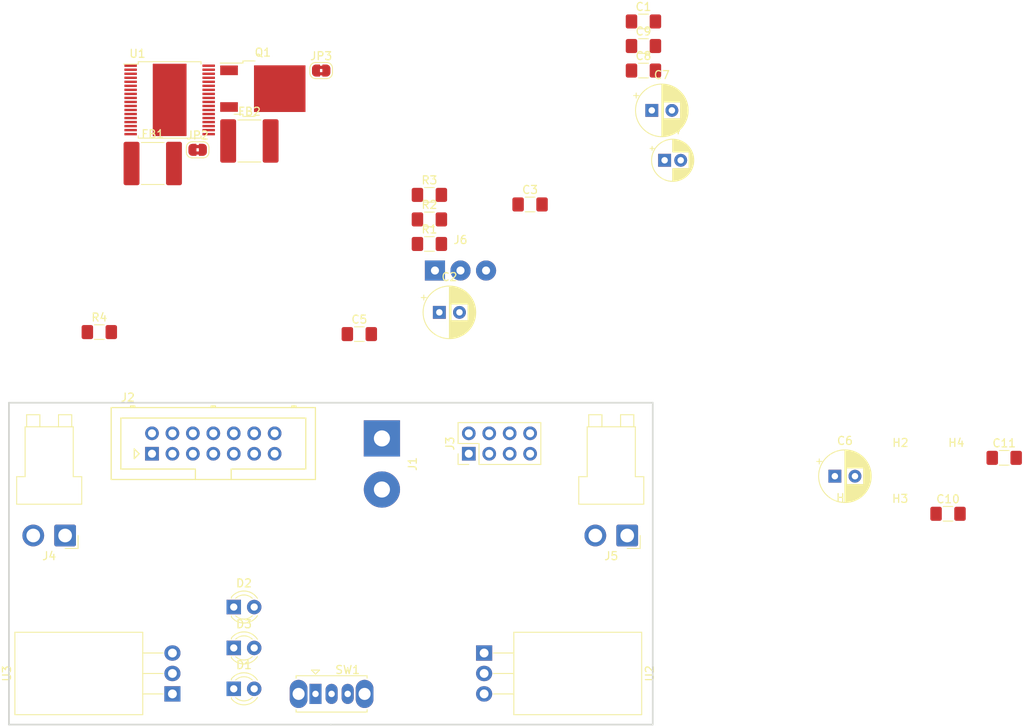
<source format=kicad_pcb>
(kicad_pcb (version 20171130) (host pcbnew 5.0.2-bee76a0~70~ubuntu18.04.1)

  (general
    (thickness 1.6)
    (drawings 5)
    (tracks 0)
    (zones 0)
    (modules 37)
    (nets 36)
  )

  (page A4)
  (layers
    (0 F.Cu signal)
    (31 B.Cu signal)
    (32 B.Adhes user)
    (33 F.Adhes user)
    (34 B.Paste user)
    (35 F.Paste user)
    (36 B.SilkS user)
    (37 F.SilkS user)
    (38 B.Mask user)
    (39 F.Mask user)
    (40 Dwgs.User user)
    (41 Cmts.User user)
    (42 Eco1.User user)
    (43 Eco2.User user)
    (44 Edge.Cuts user)
    (45 Margin user)
    (46 B.CrtYd user)
    (47 F.CrtYd user)
    (48 B.Fab user)
    (49 F.Fab user)
  )

  (setup
    (last_trace_width 0.25)
    (trace_clearance 0.2)
    (zone_clearance 0.508)
    (zone_45_only no)
    (trace_min 0.2)
    (segment_width 0.2)
    (edge_width 0.15)
    (via_size 0.8)
    (via_drill 0.4)
    (via_min_size 0.4)
    (via_min_drill 0.3)
    (uvia_size 0.3)
    (uvia_drill 0.1)
    (uvias_allowed no)
    (uvia_min_size 0.2)
    (uvia_min_drill 0.1)
    (pcb_text_width 0.3)
    (pcb_text_size 1.5 1.5)
    (mod_edge_width 0.15)
    (mod_text_size 1 1)
    (mod_text_width 0.15)
    (pad_size 1.524 1.524)
    (pad_drill 0.762)
    (pad_to_mask_clearance 0.051)
    (solder_mask_min_width 0.25)
    (aux_axis_origin 155.986666 125.356)
    (grid_origin 155.986666 125.356)
    (visible_elements FFFFFF7F)
    (pcbplotparams
      (layerselection 0x010fc_ffffffff)
      (usegerberextensions false)
      (usegerberattributes false)
      (usegerberadvancedattributes false)
      (creategerberjobfile false)
      (excludeedgelayer true)
      (linewidth 0.100000)
      (plotframeref false)
      (viasonmask false)
      (mode 1)
      (useauxorigin false)
      (hpglpennumber 1)
      (hpglpenspeed 20)
      (hpglpendiameter 15.000000)
      (psnegative false)
      (psa4output false)
      (plotreference true)
      (plotvalue true)
      (plotinvisibletext false)
      (padsonsilk false)
      (subtractmaskfromsilk false)
      (outputformat 1)
      (mirror false)
      (drillshape 1)
      (scaleselection 1)
      (outputdirectory ""))
  )

  (net 0 "")
  (net 1 GND)
  (net 2 +BATT)
  (net 3 VCC)
  (net 4 +3V3)
  (net 5 +5V)
  (net 6 /OUT_2_MOT_L)
  (net 7 /OUT_1_MOT_L)
  (net 8 /OUT_2_MOT_R)
  (net 9 /OUT_1_MOT_R)
  (net 10 "Net-(D1-Pad1)")
  (net 11 "Net-(D2-Pad1)")
  (net 12 "Net-(D3-Pad1)")
  (net 13 "Net-(J1-Pad2)")
  (net 14 /~CS_SPI_MOT_LEFT)
  (net 15 /SERVO_PWM)
  (net 16 /SCK_MOT_DRV)
  (net 17 /~CS_SPI_MOT_RIGHT)
  (net 18 /MOSI_MOT_DRV)
  (net 19 /MISO_MOT_DRV)
  (net 20 /DISABLE_MOT_L)
  (net 21 /DISABLE_MOT_R)
  (net 22 /DIR_MOT_L)
  (net 23 /DIR_MOT_R)
  (net 24 /PWM_MOT_L)
  (net 25 /PWM_MOT_R)
  (net 26 GNDPWR)
  (net 27 "Net-(C5-Pad1)")
  (net 28 GNDA)
  (net 29 "Net-(Q1-Pad1)")
  (net 30 "Net-(U1-Pad8)")
  (net 31 "Net-(U1-Pad14)")
  (net 32 "Net-(U1-Pad32)")
  (net 33 "Net-(U1-Pad26)")
  (net 34 "Net-(C1-Pad2)")
  (net 35 "Net-(C1-Pad1)")

  (net_class Default "Ceci est la Netclass par défaut."
    (clearance 0.2)
    (trace_width 0.25)
    (via_dia 0.8)
    (via_drill 0.4)
    (uvia_dia 0.3)
    (uvia_drill 0.1)
    (add_net +3V3)
    (add_net +5V)
    (add_net +BATT)
    (add_net /DIR_MOT_L)
    (add_net /DIR_MOT_R)
    (add_net /DISABLE_MOT_L)
    (add_net /DISABLE_MOT_R)
    (add_net /MISO_MOT_DRV)
    (add_net /MOSI_MOT_DRV)
    (add_net /OUT_1_MOT_L)
    (add_net /OUT_1_MOT_R)
    (add_net /OUT_2_MOT_L)
    (add_net /OUT_2_MOT_R)
    (add_net /PWM_MOT_L)
    (add_net /PWM_MOT_R)
    (add_net /SCK_MOT_DRV)
    (add_net /SERVO_PWM)
    (add_net /~CS_SPI_MOT_LEFT)
    (add_net /~CS_SPI_MOT_RIGHT)
    (add_net GND)
    (add_net GNDA)
    (add_net GNDPWR)
    (add_net "Net-(C1-Pad1)")
    (add_net "Net-(C1-Pad2)")
    (add_net "Net-(C5-Pad1)")
    (add_net "Net-(D1-Pad1)")
    (add_net "Net-(D2-Pad1)")
    (add_net "Net-(D3-Pad1)")
    (add_net "Net-(J1-Pad2)")
    (add_net "Net-(Q1-Pad1)")
    (add_net "Net-(U1-Pad14)")
    (add_net "Net-(U1-Pad26)")
    (add_net "Net-(U1-Pad32)")
    (add_net "Net-(U1-Pad8)")
    (add_net VCC)
  )

  (module Capacitor_THT:CP_Radial_D6.3mm_P2.50mm (layer F.Cu) (tedit 5AE50EF0) (tstamp 5D42030E)
    (at 169.471908 74.131001)
    (descr "CP, Radial series, Radial, pin pitch=2.50mm, , diameter=6.3mm, Electrolytic Capacitor")
    (tags "CP Radial series Radial pin pitch 2.50mm  diameter 6.3mm Electrolytic Capacitor")
    (path /5D371B17)
    (fp_text reference C2 (at 1.25 -4.4) (layer F.SilkS)
      (effects (font (size 1 1) (thickness 0.15)))
    )
    (fp_text value 100µF (at 1.25 4.4) (layer F.Fab)
      (effects (font (size 1 1) (thickness 0.15)))
    )
    (fp_text user %R (at 1.25 0) (layer F.Fab)
      (effects (font (size 1 1) (thickness 0.15)))
    )
    (fp_line (start -1.935241 -2.154) (end -1.935241 -1.524) (layer F.SilkS) (width 0.12))
    (fp_line (start -2.250241 -1.839) (end -1.620241 -1.839) (layer F.SilkS) (width 0.12))
    (fp_line (start 4.491 -0.402) (end 4.491 0.402) (layer F.SilkS) (width 0.12))
    (fp_line (start 4.451 -0.633) (end 4.451 0.633) (layer F.SilkS) (width 0.12))
    (fp_line (start 4.411 -0.802) (end 4.411 0.802) (layer F.SilkS) (width 0.12))
    (fp_line (start 4.371 -0.94) (end 4.371 0.94) (layer F.SilkS) (width 0.12))
    (fp_line (start 4.331 -1.059) (end 4.331 1.059) (layer F.SilkS) (width 0.12))
    (fp_line (start 4.291 -1.165) (end 4.291 1.165) (layer F.SilkS) (width 0.12))
    (fp_line (start 4.251 -1.262) (end 4.251 1.262) (layer F.SilkS) (width 0.12))
    (fp_line (start 4.211 -1.35) (end 4.211 1.35) (layer F.SilkS) (width 0.12))
    (fp_line (start 4.171 -1.432) (end 4.171 1.432) (layer F.SilkS) (width 0.12))
    (fp_line (start 4.131 -1.509) (end 4.131 1.509) (layer F.SilkS) (width 0.12))
    (fp_line (start 4.091 -1.581) (end 4.091 1.581) (layer F.SilkS) (width 0.12))
    (fp_line (start 4.051 -1.65) (end 4.051 1.65) (layer F.SilkS) (width 0.12))
    (fp_line (start 4.011 -1.714) (end 4.011 1.714) (layer F.SilkS) (width 0.12))
    (fp_line (start 3.971 -1.776) (end 3.971 1.776) (layer F.SilkS) (width 0.12))
    (fp_line (start 3.931 -1.834) (end 3.931 1.834) (layer F.SilkS) (width 0.12))
    (fp_line (start 3.891 -1.89) (end 3.891 1.89) (layer F.SilkS) (width 0.12))
    (fp_line (start 3.851 -1.944) (end 3.851 1.944) (layer F.SilkS) (width 0.12))
    (fp_line (start 3.811 -1.995) (end 3.811 1.995) (layer F.SilkS) (width 0.12))
    (fp_line (start 3.771 -2.044) (end 3.771 2.044) (layer F.SilkS) (width 0.12))
    (fp_line (start 3.731 -2.092) (end 3.731 2.092) (layer F.SilkS) (width 0.12))
    (fp_line (start 3.691 -2.137) (end 3.691 2.137) (layer F.SilkS) (width 0.12))
    (fp_line (start 3.651 -2.182) (end 3.651 2.182) (layer F.SilkS) (width 0.12))
    (fp_line (start 3.611 -2.224) (end 3.611 2.224) (layer F.SilkS) (width 0.12))
    (fp_line (start 3.571 -2.265) (end 3.571 2.265) (layer F.SilkS) (width 0.12))
    (fp_line (start 3.531 1.04) (end 3.531 2.305) (layer F.SilkS) (width 0.12))
    (fp_line (start 3.531 -2.305) (end 3.531 -1.04) (layer F.SilkS) (width 0.12))
    (fp_line (start 3.491 1.04) (end 3.491 2.343) (layer F.SilkS) (width 0.12))
    (fp_line (start 3.491 -2.343) (end 3.491 -1.04) (layer F.SilkS) (width 0.12))
    (fp_line (start 3.451 1.04) (end 3.451 2.38) (layer F.SilkS) (width 0.12))
    (fp_line (start 3.451 -2.38) (end 3.451 -1.04) (layer F.SilkS) (width 0.12))
    (fp_line (start 3.411 1.04) (end 3.411 2.416) (layer F.SilkS) (width 0.12))
    (fp_line (start 3.411 -2.416) (end 3.411 -1.04) (layer F.SilkS) (width 0.12))
    (fp_line (start 3.371 1.04) (end 3.371 2.45) (layer F.SilkS) (width 0.12))
    (fp_line (start 3.371 -2.45) (end 3.371 -1.04) (layer F.SilkS) (width 0.12))
    (fp_line (start 3.331 1.04) (end 3.331 2.484) (layer F.SilkS) (width 0.12))
    (fp_line (start 3.331 -2.484) (end 3.331 -1.04) (layer F.SilkS) (width 0.12))
    (fp_line (start 3.291 1.04) (end 3.291 2.516) (layer F.SilkS) (width 0.12))
    (fp_line (start 3.291 -2.516) (end 3.291 -1.04) (layer F.SilkS) (width 0.12))
    (fp_line (start 3.251 1.04) (end 3.251 2.548) (layer F.SilkS) (width 0.12))
    (fp_line (start 3.251 -2.548) (end 3.251 -1.04) (layer F.SilkS) (width 0.12))
    (fp_line (start 3.211 1.04) (end 3.211 2.578) (layer F.SilkS) (width 0.12))
    (fp_line (start 3.211 -2.578) (end 3.211 -1.04) (layer F.SilkS) (width 0.12))
    (fp_line (start 3.171 1.04) (end 3.171 2.607) (layer F.SilkS) (width 0.12))
    (fp_line (start 3.171 -2.607) (end 3.171 -1.04) (layer F.SilkS) (width 0.12))
    (fp_line (start 3.131 1.04) (end 3.131 2.636) (layer F.SilkS) (width 0.12))
    (fp_line (start 3.131 -2.636) (end 3.131 -1.04) (layer F.SilkS) (width 0.12))
    (fp_line (start 3.091 1.04) (end 3.091 2.664) (layer F.SilkS) (width 0.12))
    (fp_line (start 3.091 -2.664) (end 3.091 -1.04) (layer F.SilkS) (width 0.12))
    (fp_line (start 3.051 1.04) (end 3.051 2.69) (layer F.SilkS) (width 0.12))
    (fp_line (start 3.051 -2.69) (end 3.051 -1.04) (layer F.SilkS) (width 0.12))
    (fp_line (start 3.011 1.04) (end 3.011 2.716) (layer F.SilkS) (width 0.12))
    (fp_line (start 3.011 -2.716) (end 3.011 -1.04) (layer F.SilkS) (width 0.12))
    (fp_line (start 2.971 1.04) (end 2.971 2.742) (layer F.SilkS) (width 0.12))
    (fp_line (start 2.971 -2.742) (end 2.971 -1.04) (layer F.SilkS) (width 0.12))
    (fp_line (start 2.931 1.04) (end 2.931 2.766) (layer F.SilkS) (width 0.12))
    (fp_line (start 2.931 -2.766) (end 2.931 -1.04) (layer F.SilkS) (width 0.12))
    (fp_line (start 2.891 1.04) (end 2.891 2.79) (layer F.SilkS) (width 0.12))
    (fp_line (start 2.891 -2.79) (end 2.891 -1.04) (layer F.SilkS) (width 0.12))
    (fp_line (start 2.851 1.04) (end 2.851 2.812) (layer F.SilkS) (width 0.12))
    (fp_line (start 2.851 -2.812) (end 2.851 -1.04) (layer F.SilkS) (width 0.12))
    (fp_line (start 2.811 1.04) (end 2.811 2.834) (layer F.SilkS) (width 0.12))
    (fp_line (start 2.811 -2.834) (end 2.811 -1.04) (layer F.SilkS) (width 0.12))
    (fp_line (start 2.771 1.04) (end 2.771 2.856) (layer F.SilkS) (width 0.12))
    (fp_line (start 2.771 -2.856) (end 2.771 -1.04) (layer F.SilkS) (width 0.12))
    (fp_line (start 2.731 1.04) (end 2.731 2.876) (layer F.SilkS) (width 0.12))
    (fp_line (start 2.731 -2.876) (end 2.731 -1.04) (layer F.SilkS) (width 0.12))
    (fp_line (start 2.691 1.04) (end 2.691 2.896) (layer F.SilkS) (width 0.12))
    (fp_line (start 2.691 -2.896) (end 2.691 -1.04) (layer F.SilkS) (width 0.12))
    (fp_line (start 2.651 1.04) (end 2.651 2.916) (layer F.SilkS) (width 0.12))
    (fp_line (start 2.651 -2.916) (end 2.651 -1.04) (layer F.SilkS) (width 0.12))
    (fp_line (start 2.611 1.04) (end 2.611 2.934) (layer F.SilkS) (width 0.12))
    (fp_line (start 2.611 -2.934) (end 2.611 -1.04) (layer F.SilkS) (width 0.12))
    (fp_line (start 2.571 1.04) (end 2.571 2.952) (layer F.SilkS) (width 0.12))
    (fp_line (start 2.571 -2.952) (end 2.571 -1.04) (layer F.SilkS) (width 0.12))
    (fp_line (start 2.531 1.04) (end 2.531 2.97) (layer F.SilkS) (width 0.12))
    (fp_line (start 2.531 -2.97) (end 2.531 -1.04) (layer F.SilkS) (width 0.12))
    (fp_line (start 2.491 1.04) (end 2.491 2.986) (layer F.SilkS) (width 0.12))
    (fp_line (start 2.491 -2.986) (end 2.491 -1.04) (layer F.SilkS) (width 0.12))
    (fp_line (start 2.451 1.04) (end 2.451 3.002) (layer F.SilkS) (width 0.12))
    (fp_line (start 2.451 -3.002) (end 2.451 -1.04) (layer F.SilkS) (width 0.12))
    (fp_line (start 2.411 1.04) (end 2.411 3.018) (layer F.SilkS) (width 0.12))
    (fp_line (start 2.411 -3.018) (end 2.411 -1.04) (layer F.SilkS) (width 0.12))
    (fp_line (start 2.371 1.04) (end 2.371 3.033) (layer F.SilkS) (width 0.12))
    (fp_line (start 2.371 -3.033) (end 2.371 -1.04) (layer F.SilkS) (width 0.12))
    (fp_line (start 2.331 1.04) (end 2.331 3.047) (layer F.SilkS) (width 0.12))
    (fp_line (start 2.331 -3.047) (end 2.331 -1.04) (layer F.SilkS) (width 0.12))
    (fp_line (start 2.291 1.04) (end 2.291 3.061) (layer F.SilkS) (width 0.12))
    (fp_line (start 2.291 -3.061) (end 2.291 -1.04) (layer F.SilkS) (width 0.12))
    (fp_line (start 2.251 1.04) (end 2.251 3.074) (layer F.SilkS) (width 0.12))
    (fp_line (start 2.251 -3.074) (end 2.251 -1.04) (layer F.SilkS) (width 0.12))
    (fp_line (start 2.211 1.04) (end 2.211 3.086) (layer F.SilkS) (width 0.12))
    (fp_line (start 2.211 -3.086) (end 2.211 -1.04) (layer F.SilkS) (width 0.12))
    (fp_line (start 2.171 1.04) (end 2.171 3.098) (layer F.SilkS) (width 0.12))
    (fp_line (start 2.171 -3.098) (end 2.171 -1.04) (layer F.SilkS) (width 0.12))
    (fp_line (start 2.131 1.04) (end 2.131 3.11) (layer F.SilkS) (width 0.12))
    (fp_line (start 2.131 -3.11) (end 2.131 -1.04) (layer F.SilkS) (width 0.12))
    (fp_line (start 2.091 1.04) (end 2.091 3.121) (layer F.SilkS) (width 0.12))
    (fp_line (start 2.091 -3.121) (end 2.091 -1.04) (layer F.SilkS) (width 0.12))
    (fp_line (start 2.051 1.04) (end 2.051 3.131) (layer F.SilkS) (width 0.12))
    (fp_line (start 2.051 -3.131) (end 2.051 -1.04) (layer F.SilkS) (width 0.12))
    (fp_line (start 2.011 1.04) (end 2.011 3.141) (layer F.SilkS) (width 0.12))
    (fp_line (start 2.011 -3.141) (end 2.011 -1.04) (layer F.SilkS) (width 0.12))
    (fp_line (start 1.971 1.04) (end 1.971 3.15) (layer F.SilkS) (width 0.12))
    (fp_line (start 1.971 -3.15) (end 1.971 -1.04) (layer F.SilkS) (width 0.12))
    (fp_line (start 1.93 1.04) (end 1.93 3.159) (layer F.SilkS) (width 0.12))
    (fp_line (start 1.93 -3.159) (end 1.93 -1.04) (layer F.SilkS) (width 0.12))
    (fp_line (start 1.89 1.04) (end 1.89 3.167) (layer F.SilkS) (width 0.12))
    (fp_line (start 1.89 -3.167) (end 1.89 -1.04) (layer F.SilkS) (width 0.12))
    (fp_line (start 1.85 1.04) (end 1.85 3.175) (layer F.SilkS) (width 0.12))
    (fp_line (start 1.85 -3.175) (end 1.85 -1.04) (layer F.SilkS) (width 0.12))
    (fp_line (start 1.81 1.04) (end 1.81 3.182) (layer F.SilkS) (width 0.12))
    (fp_line (start 1.81 -3.182) (end 1.81 -1.04) (layer F.SilkS) (width 0.12))
    (fp_line (start 1.77 1.04) (end 1.77 3.189) (layer F.SilkS) (width 0.12))
    (fp_line (start 1.77 -3.189) (end 1.77 -1.04) (layer F.SilkS) (width 0.12))
    (fp_line (start 1.73 1.04) (end 1.73 3.195) (layer F.SilkS) (width 0.12))
    (fp_line (start 1.73 -3.195) (end 1.73 -1.04) (layer F.SilkS) (width 0.12))
    (fp_line (start 1.69 1.04) (end 1.69 3.201) (layer F.SilkS) (width 0.12))
    (fp_line (start 1.69 -3.201) (end 1.69 -1.04) (layer F.SilkS) (width 0.12))
    (fp_line (start 1.65 1.04) (end 1.65 3.206) (layer F.SilkS) (width 0.12))
    (fp_line (start 1.65 -3.206) (end 1.65 -1.04) (layer F.SilkS) (width 0.12))
    (fp_line (start 1.61 1.04) (end 1.61 3.211) (layer F.SilkS) (width 0.12))
    (fp_line (start 1.61 -3.211) (end 1.61 -1.04) (layer F.SilkS) (width 0.12))
    (fp_line (start 1.57 1.04) (end 1.57 3.215) (layer F.SilkS) (width 0.12))
    (fp_line (start 1.57 -3.215) (end 1.57 -1.04) (layer F.SilkS) (width 0.12))
    (fp_line (start 1.53 1.04) (end 1.53 3.218) (layer F.SilkS) (width 0.12))
    (fp_line (start 1.53 -3.218) (end 1.53 -1.04) (layer F.SilkS) (width 0.12))
    (fp_line (start 1.49 1.04) (end 1.49 3.222) (layer F.SilkS) (width 0.12))
    (fp_line (start 1.49 -3.222) (end 1.49 -1.04) (layer F.SilkS) (width 0.12))
    (fp_line (start 1.45 -3.224) (end 1.45 3.224) (layer F.SilkS) (width 0.12))
    (fp_line (start 1.41 -3.227) (end 1.41 3.227) (layer F.SilkS) (width 0.12))
    (fp_line (start 1.37 -3.228) (end 1.37 3.228) (layer F.SilkS) (width 0.12))
    (fp_line (start 1.33 -3.23) (end 1.33 3.23) (layer F.SilkS) (width 0.12))
    (fp_line (start 1.29 -3.23) (end 1.29 3.23) (layer F.SilkS) (width 0.12))
    (fp_line (start 1.25 -3.23) (end 1.25 3.23) (layer F.SilkS) (width 0.12))
    (fp_line (start -1.128972 -1.6885) (end -1.128972 -1.0585) (layer F.Fab) (width 0.1))
    (fp_line (start -1.443972 -1.3735) (end -0.813972 -1.3735) (layer F.Fab) (width 0.1))
    (fp_circle (center 1.25 0) (end 4.65 0) (layer F.CrtYd) (width 0.05))
    (fp_circle (center 1.25 0) (end 4.52 0) (layer F.SilkS) (width 0.12))
    (fp_circle (center 1.25 0) (end 4.4 0) (layer F.Fab) (width 0.1))
    (pad 2 thru_hole circle (at 2.5 0) (size 1.6 1.6) (drill 0.8) (layers *.Cu *.Mask)
      (net 34 "Net-(C1-Pad2)"))
    (pad 1 thru_hole rect (at 0 0) (size 1.6 1.6) (drill 0.8) (layers *.Cu *.Mask)
      (net 35 "Net-(C1-Pad1)"))
    (model ${KISYS3DMOD}/Capacitor_THT.3dshapes/CP_Radial_D6.3mm_P2.50mm.wrl
      (at (xyz 0 0 0))
      (scale (xyz 1 1 1))
      (rotate (xyz 0 0 0))
    )
  )

  (module Capacitor_THT:CP_Radial_D5.0mm_P2.00mm (layer F.Cu) (tedit 5AE50EF0) (tstamp 5D4203A4)
    (at 197.466442 55.231001)
    (descr "CP, Radial series, Radial, pin pitch=2.00mm, , diameter=5mm, Electrolytic Capacitor")
    (tags "CP Radial series Radial pin pitch 2.00mm  diameter 5mm Electrolytic Capacitor")
    (path /5D3E2929)
    (fp_text reference C4 (at 1 -3.75) (layer F.SilkS)
      (effects (font (size 1 1) (thickness 0.15)))
    )
    (fp_text value 10µF (at 1 3.75) (layer F.Fab)
      (effects (font (size 1 1) (thickness 0.15)))
    )
    (fp_circle (center 1 0) (end 3.5 0) (layer F.Fab) (width 0.1))
    (fp_circle (center 1 0) (end 3.62 0) (layer F.SilkS) (width 0.12))
    (fp_circle (center 1 0) (end 3.75 0) (layer F.CrtYd) (width 0.05))
    (fp_line (start -1.133605 -1.0875) (end -0.633605 -1.0875) (layer F.Fab) (width 0.1))
    (fp_line (start -0.883605 -1.3375) (end -0.883605 -0.8375) (layer F.Fab) (width 0.1))
    (fp_line (start 1 1.04) (end 1 2.58) (layer F.SilkS) (width 0.12))
    (fp_line (start 1 -2.58) (end 1 -1.04) (layer F.SilkS) (width 0.12))
    (fp_line (start 1.04 1.04) (end 1.04 2.58) (layer F.SilkS) (width 0.12))
    (fp_line (start 1.04 -2.58) (end 1.04 -1.04) (layer F.SilkS) (width 0.12))
    (fp_line (start 1.08 -2.579) (end 1.08 -1.04) (layer F.SilkS) (width 0.12))
    (fp_line (start 1.08 1.04) (end 1.08 2.579) (layer F.SilkS) (width 0.12))
    (fp_line (start 1.12 -2.578) (end 1.12 -1.04) (layer F.SilkS) (width 0.12))
    (fp_line (start 1.12 1.04) (end 1.12 2.578) (layer F.SilkS) (width 0.12))
    (fp_line (start 1.16 -2.576) (end 1.16 -1.04) (layer F.SilkS) (width 0.12))
    (fp_line (start 1.16 1.04) (end 1.16 2.576) (layer F.SilkS) (width 0.12))
    (fp_line (start 1.2 -2.573) (end 1.2 -1.04) (layer F.SilkS) (width 0.12))
    (fp_line (start 1.2 1.04) (end 1.2 2.573) (layer F.SilkS) (width 0.12))
    (fp_line (start 1.24 -2.569) (end 1.24 -1.04) (layer F.SilkS) (width 0.12))
    (fp_line (start 1.24 1.04) (end 1.24 2.569) (layer F.SilkS) (width 0.12))
    (fp_line (start 1.28 -2.565) (end 1.28 -1.04) (layer F.SilkS) (width 0.12))
    (fp_line (start 1.28 1.04) (end 1.28 2.565) (layer F.SilkS) (width 0.12))
    (fp_line (start 1.32 -2.561) (end 1.32 -1.04) (layer F.SilkS) (width 0.12))
    (fp_line (start 1.32 1.04) (end 1.32 2.561) (layer F.SilkS) (width 0.12))
    (fp_line (start 1.36 -2.556) (end 1.36 -1.04) (layer F.SilkS) (width 0.12))
    (fp_line (start 1.36 1.04) (end 1.36 2.556) (layer F.SilkS) (width 0.12))
    (fp_line (start 1.4 -2.55) (end 1.4 -1.04) (layer F.SilkS) (width 0.12))
    (fp_line (start 1.4 1.04) (end 1.4 2.55) (layer F.SilkS) (width 0.12))
    (fp_line (start 1.44 -2.543) (end 1.44 -1.04) (layer F.SilkS) (width 0.12))
    (fp_line (start 1.44 1.04) (end 1.44 2.543) (layer F.SilkS) (width 0.12))
    (fp_line (start 1.48 -2.536) (end 1.48 -1.04) (layer F.SilkS) (width 0.12))
    (fp_line (start 1.48 1.04) (end 1.48 2.536) (layer F.SilkS) (width 0.12))
    (fp_line (start 1.52 -2.528) (end 1.52 -1.04) (layer F.SilkS) (width 0.12))
    (fp_line (start 1.52 1.04) (end 1.52 2.528) (layer F.SilkS) (width 0.12))
    (fp_line (start 1.56 -2.52) (end 1.56 -1.04) (layer F.SilkS) (width 0.12))
    (fp_line (start 1.56 1.04) (end 1.56 2.52) (layer F.SilkS) (width 0.12))
    (fp_line (start 1.6 -2.511) (end 1.6 -1.04) (layer F.SilkS) (width 0.12))
    (fp_line (start 1.6 1.04) (end 1.6 2.511) (layer F.SilkS) (width 0.12))
    (fp_line (start 1.64 -2.501) (end 1.64 -1.04) (layer F.SilkS) (width 0.12))
    (fp_line (start 1.64 1.04) (end 1.64 2.501) (layer F.SilkS) (width 0.12))
    (fp_line (start 1.68 -2.491) (end 1.68 -1.04) (layer F.SilkS) (width 0.12))
    (fp_line (start 1.68 1.04) (end 1.68 2.491) (layer F.SilkS) (width 0.12))
    (fp_line (start 1.721 -2.48) (end 1.721 -1.04) (layer F.SilkS) (width 0.12))
    (fp_line (start 1.721 1.04) (end 1.721 2.48) (layer F.SilkS) (width 0.12))
    (fp_line (start 1.761 -2.468) (end 1.761 -1.04) (layer F.SilkS) (width 0.12))
    (fp_line (start 1.761 1.04) (end 1.761 2.468) (layer F.SilkS) (width 0.12))
    (fp_line (start 1.801 -2.455) (end 1.801 -1.04) (layer F.SilkS) (width 0.12))
    (fp_line (start 1.801 1.04) (end 1.801 2.455) (layer F.SilkS) (width 0.12))
    (fp_line (start 1.841 -2.442) (end 1.841 -1.04) (layer F.SilkS) (width 0.12))
    (fp_line (start 1.841 1.04) (end 1.841 2.442) (layer F.SilkS) (width 0.12))
    (fp_line (start 1.881 -2.428) (end 1.881 -1.04) (layer F.SilkS) (width 0.12))
    (fp_line (start 1.881 1.04) (end 1.881 2.428) (layer F.SilkS) (width 0.12))
    (fp_line (start 1.921 -2.414) (end 1.921 -1.04) (layer F.SilkS) (width 0.12))
    (fp_line (start 1.921 1.04) (end 1.921 2.414) (layer F.SilkS) (width 0.12))
    (fp_line (start 1.961 -2.398) (end 1.961 -1.04) (layer F.SilkS) (width 0.12))
    (fp_line (start 1.961 1.04) (end 1.961 2.398) (layer F.SilkS) (width 0.12))
    (fp_line (start 2.001 -2.382) (end 2.001 -1.04) (layer F.SilkS) (width 0.12))
    (fp_line (start 2.001 1.04) (end 2.001 2.382) (layer F.SilkS) (width 0.12))
    (fp_line (start 2.041 -2.365) (end 2.041 -1.04) (layer F.SilkS) (width 0.12))
    (fp_line (start 2.041 1.04) (end 2.041 2.365) (layer F.SilkS) (width 0.12))
    (fp_line (start 2.081 -2.348) (end 2.081 -1.04) (layer F.SilkS) (width 0.12))
    (fp_line (start 2.081 1.04) (end 2.081 2.348) (layer F.SilkS) (width 0.12))
    (fp_line (start 2.121 -2.329) (end 2.121 -1.04) (layer F.SilkS) (width 0.12))
    (fp_line (start 2.121 1.04) (end 2.121 2.329) (layer F.SilkS) (width 0.12))
    (fp_line (start 2.161 -2.31) (end 2.161 -1.04) (layer F.SilkS) (width 0.12))
    (fp_line (start 2.161 1.04) (end 2.161 2.31) (layer F.SilkS) (width 0.12))
    (fp_line (start 2.201 -2.29) (end 2.201 -1.04) (layer F.SilkS) (width 0.12))
    (fp_line (start 2.201 1.04) (end 2.201 2.29) (layer F.SilkS) (width 0.12))
    (fp_line (start 2.241 -2.268) (end 2.241 -1.04) (layer F.SilkS) (width 0.12))
    (fp_line (start 2.241 1.04) (end 2.241 2.268) (layer F.SilkS) (width 0.12))
    (fp_line (start 2.281 -2.247) (end 2.281 -1.04) (layer F.SilkS) (width 0.12))
    (fp_line (start 2.281 1.04) (end 2.281 2.247) (layer F.SilkS) (width 0.12))
    (fp_line (start 2.321 -2.224) (end 2.321 -1.04) (layer F.SilkS) (width 0.12))
    (fp_line (start 2.321 1.04) (end 2.321 2.224) (layer F.SilkS) (width 0.12))
    (fp_line (start 2.361 -2.2) (end 2.361 -1.04) (layer F.SilkS) (width 0.12))
    (fp_line (start 2.361 1.04) (end 2.361 2.2) (layer F.SilkS) (width 0.12))
    (fp_line (start 2.401 -2.175) (end 2.401 -1.04) (layer F.SilkS) (width 0.12))
    (fp_line (start 2.401 1.04) (end 2.401 2.175) (layer F.SilkS) (width 0.12))
    (fp_line (start 2.441 -2.149) (end 2.441 -1.04) (layer F.SilkS) (width 0.12))
    (fp_line (start 2.441 1.04) (end 2.441 2.149) (layer F.SilkS) (width 0.12))
    (fp_line (start 2.481 -2.122) (end 2.481 -1.04) (layer F.SilkS) (width 0.12))
    (fp_line (start 2.481 1.04) (end 2.481 2.122) (layer F.SilkS) (width 0.12))
    (fp_line (start 2.521 -2.095) (end 2.521 -1.04) (layer F.SilkS) (width 0.12))
    (fp_line (start 2.521 1.04) (end 2.521 2.095) (layer F.SilkS) (width 0.12))
    (fp_line (start 2.561 -2.065) (end 2.561 -1.04) (layer F.SilkS) (width 0.12))
    (fp_line (start 2.561 1.04) (end 2.561 2.065) (layer F.SilkS) (width 0.12))
    (fp_line (start 2.601 -2.035) (end 2.601 -1.04) (layer F.SilkS) (width 0.12))
    (fp_line (start 2.601 1.04) (end 2.601 2.035) (layer F.SilkS) (width 0.12))
    (fp_line (start 2.641 -2.004) (end 2.641 -1.04) (layer F.SilkS) (width 0.12))
    (fp_line (start 2.641 1.04) (end 2.641 2.004) (layer F.SilkS) (width 0.12))
    (fp_line (start 2.681 -1.971) (end 2.681 -1.04) (layer F.SilkS) (width 0.12))
    (fp_line (start 2.681 1.04) (end 2.681 1.971) (layer F.SilkS) (width 0.12))
    (fp_line (start 2.721 -1.937) (end 2.721 -1.04) (layer F.SilkS) (width 0.12))
    (fp_line (start 2.721 1.04) (end 2.721 1.937) (layer F.SilkS) (width 0.12))
    (fp_line (start 2.761 -1.901) (end 2.761 -1.04) (layer F.SilkS) (width 0.12))
    (fp_line (start 2.761 1.04) (end 2.761 1.901) (layer F.SilkS) (width 0.12))
    (fp_line (start 2.801 -1.864) (end 2.801 -1.04) (layer F.SilkS) (width 0.12))
    (fp_line (start 2.801 1.04) (end 2.801 1.864) (layer F.SilkS) (width 0.12))
    (fp_line (start 2.841 -1.826) (end 2.841 -1.04) (layer F.SilkS) (width 0.12))
    (fp_line (start 2.841 1.04) (end 2.841 1.826) (layer F.SilkS) (width 0.12))
    (fp_line (start 2.881 -1.785) (end 2.881 -1.04) (layer F.SilkS) (width 0.12))
    (fp_line (start 2.881 1.04) (end 2.881 1.785) (layer F.SilkS) (width 0.12))
    (fp_line (start 2.921 -1.743) (end 2.921 -1.04) (layer F.SilkS) (width 0.12))
    (fp_line (start 2.921 1.04) (end 2.921 1.743) (layer F.SilkS) (width 0.12))
    (fp_line (start 2.961 -1.699) (end 2.961 -1.04) (layer F.SilkS) (width 0.12))
    (fp_line (start 2.961 1.04) (end 2.961 1.699) (layer F.SilkS) (width 0.12))
    (fp_line (start 3.001 -1.653) (end 3.001 -1.04) (layer F.SilkS) (width 0.12))
    (fp_line (start 3.001 1.04) (end 3.001 1.653) (layer F.SilkS) (width 0.12))
    (fp_line (start 3.041 -1.605) (end 3.041 1.605) (layer F.SilkS) (width 0.12))
    (fp_line (start 3.081 -1.554) (end 3.081 1.554) (layer F.SilkS) (width 0.12))
    (fp_line (start 3.121 -1.5) (end 3.121 1.5) (layer F.SilkS) (width 0.12))
    (fp_line (start 3.161 -1.443) (end 3.161 1.443) (layer F.SilkS) (width 0.12))
    (fp_line (start 3.201 -1.383) (end 3.201 1.383) (layer F.SilkS) (width 0.12))
    (fp_line (start 3.241 -1.319) (end 3.241 1.319) (layer F.SilkS) (width 0.12))
    (fp_line (start 3.281 -1.251) (end 3.281 1.251) (layer F.SilkS) (width 0.12))
    (fp_line (start 3.321 -1.178) (end 3.321 1.178) (layer F.SilkS) (width 0.12))
    (fp_line (start 3.361 -1.098) (end 3.361 1.098) (layer F.SilkS) (width 0.12))
    (fp_line (start 3.401 -1.011) (end 3.401 1.011) (layer F.SilkS) (width 0.12))
    (fp_line (start 3.441 -0.915) (end 3.441 0.915) (layer F.SilkS) (width 0.12))
    (fp_line (start 3.481 -0.805) (end 3.481 0.805) (layer F.SilkS) (width 0.12))
    (fp_line (start 3.521 -0.677) (end 3.521 0.677) (layer F.SilkS) (width 0.12))
    (fp_line (start 3.561 -0.518) (end 3.561 0.518) (layer F.SilkS) (width 0.12))
    (fp_line (start 3.601 -0.284) (end 3.601 0.284) (layer F.SilkS) (width 0.12))
    (fp_line (start -1.804775 -1.475) (end -1.304775 -1.475) (layer F.SilkS) (width 0.12))
    (fp_line (start -1.554775 -1.725) (end -1.554775 -1.225) (layer F.SilkS) (width 0.12))
    (fp_text user %R (at 1 0) (layer F.Fab)
      (effects (font (size 1 1) (thickness 0.15)))
    )
    (pad 1 thru_hole rect (at 0 0) (size 1.6 1.6) (drill 0.8) (layers *.Cu *.Mask)
      (net 4 +3V3))
    (pad 2 thru_hole circle (at 2 0) (size 1.6 1.6) (drill 0.8) (layers *.Cu *.Mask)
      (net 1 GND))
    (model ${KISYS3DMOD}/Capacitor_THT.3dshapes/CP_Radial_D5.0mm_P2.00mm.wrl
      (at (xyz 0 0 0))
      (scale (xyz 1 1 1))
      (rotate (xyz 0 0 0))
    )
  )

  (module Capacitor_THT:CP_Radial_D6.3mm_P2.50mm (layer F.Cu) (tedit 5AE50EF0) (tstamp 5D4204CE)
    (at 195.871908 49.031001)
    (descr "CP, Radial series, Radial, pin pitch=2.50mm, , diameter=6.3mm, Electrolytic Capacitor")
    (tags "CP Radial series Radial pin pitch 2.50mm  diameter 6.3mm Electrolytic Capacitor")
    (path /5D3BD6B3)
    (fp_text reference C7 (at 1.25 -4.4) (layer F.SilkS)
      (effects (font (size 1 1) (thickness 0.15)))
    )
    (fp_text value 100µF (at 1.25 4.4) (layer F.Fab)
      (effects (font (size 1 1) (thickness 0.15)))
    )
    (fp_circle (center 1.25 0) (end 4.4 0) (layer F.Fab) (width 0.1))
    (fp_circle (center 1.25 0) (end 4.52 0) (layer F.SilkS) (width 0.12))
    (fp_circle (center 1.25 0) (end 4.65 0) (layer F.CrtYd) (width 0.05))
    (fp_line (start -1.443972 -1.3735) (end -0.813972 -1.3735) (layer F.Fab) (width 0.1))
    (fp_line (start -1.128972 -1.6885) (end -1.128972 -1.0585) (layer F.Fab) (width 0.1))
    (fp_line (start 1.25 -3.23) (end 1.25 3.23) (layer F.SilkS) (width 0.12))
    (fp_line (start 1.29 -3.23) (end 1.29 3.23) (layer F.SilkS) (width 0.12))
    (fp_line (start 1.33 -3.23) (end 1.33 3.23) (layer F.SilkS) (width 0.12))
    (fp_line (start 1.37 -3.228) (end 1.37 3.228) (layer F.SilkS) (width 0.12))
    (fp_line (start 1.41 -3.227) (end 1.41 3.227) (layer F.SilkS) (width 0.12))
    (fp_line (start 1.45 -3.224) (end 1.45 3.224) (layer F.SilkS) (width 0.12))
    (fp_line (start 1.49 -3.222) (end 1.49 -1.04) (layer F.SilkS) (width 0.12))
    (fp_line (start 1.49 1.04) (end 1.49 3.222) (layer F.SilkS) (width 0.12))
    (fp_line (start 1.53 -3.218) (end 1.53 -1.04) (layer F.SilkS) (width 0.12))
    (fp_line (start 1.53 1.04) (end 1.53 3.218) (layer F.SilkS) (width 0.12))
    (fp_line (start 1.57 -3.215) (end 1.57 -1.04) (layer F.SilkS) (width 0.12))
    (fp_line (start 1.57 1.04) (end 1.57 3.215) (layer F.SilkS) (width 0.12))
    (fp_line (start 1.61 -3.211) (end 1.61 -1.04) (layer F.SilkS) (width 0.12))
    (fp_line (start 1.61 1.04) (end 1.61 3.211) (layer F.SilkS) (width 0.12))
    (fp_line (start 1.65 -3.206) (end 1.65 -1.04) (layer F.SilkS) (width 0.12))
    (fp_line (start 1.65 1.04) (end 1.65 3.206) (layer F.SilkS) (width 0.12))
    (fp_line (start 1.69 -3.201) (end 1.69 -1.04) (layer F.SilkS) (width 0.12))
    (fp_line (start 1.69 1.04) (end 1.69 3.201) (layer F.SilkS) (width 0.12))
    (fp_line (start 1.73 -3.195) (end 1.73 -1.04) (layer F.SilkS) (width 0.12))
    (fp_line (start 1.73 1.04) (end 1.73 3.195) (layer F.SilkS) (width 0.12))
    (fp_line (start 1.77 -3.189) (end 1.77 -1.04) (layer F.SilkS) (width 0.12))
    (fp_line (start 1.77 1.04) (end 1.77 3.189) (layer F.SilkS) (width 0.12))
    (fp_line (start 1.81 -3.182) (end 1.81 -1.04) (layer F.SilkS) (width 0.12))
    (fp_line (start 1.81 1.04) (end 1.81 3.182) (layer F.SilkS) (width 0.12))
    (fp_line (start 1.85 -3.175) (end 1.85 -1.04) (layer F.SilkS) (width 0.12))
    (fp_line (start 1.85 1.04) (end 1.85 3.175) (layer F.SilkS) (width 0.12))
    (fp_line (start 1.89 -3.167) (end 1.89 -1.04) (layer F.SilkS) (width 0.12))
    (fp_line (start 1.89 1.04) (end 1.89 3.167) (layer F.SilkS) (width 0.12))
    (fp_line (start 1.93 -3.159) (end 1.93 -1.04) (layer F.SilkS) (width 0.12))
    (fp_line (start 1.93 1.04) (end 1.93 3.159) (layer F.SilkS) (width 0.12))
    (fp_line (start 1.971 -3.15) (end 1.971 -1.04) (layer F.SilkS) (width 0.12))
    (fp_line (start 1.971 1.04) (end 1.971 3.15) (layer F.SilkS) (width 0.12))
    (fp_line (start 2.011 -3.141) (end 2.011 -1.04) (layer F.SilkS) (width 0.12))
    (fp_line (start 2.011 1.04) (end 2.011 3.141) (layer F.SilkS) (width 0.12))
    (fp_line (start 2.051 -3.131) (end 2.051 -1.04) (layer F.SilkS) (width 0.12))
    (fp_line (start 2.051 1.04) (end 2.051 3.131) (layer F.SilkS) (width 0.12))
    (fp_line (start 2.091 -3.121) (end 2.091 -1.04) (layer F.SilkS) (width 0.12))
    (fp_line (start 2.091 1.04) (end 2.091 3.121) (layer F.SilkS) (width 0.12))
    (fp_line (start 2.131 -3.11) (end 2.131 -1.04) (layer F.SilkS) (width 0.12))
    (fp_line (start 2.131 1.04) (end 2.131 3.11) (layer F.SilkS) (width 0.12))
    (fp_line (start 2.171 -3.098) (end 2.171 -1.04) (layer F.SilkS) (width 0.12))
    (fp_line (start 2.171 1.04) (end 2.171 3.098) (layer F.SilkS) (width 0.12))
    (fp_line (start 2.211 -3.086) (end 2.211 -1.04) (layer F.SilkS) (width 0.12))
    (fp_line (start 2.211 1.04) (end 2.211 3.086) (layer F.SilkS) (width 0.12))
    (fp_line (start 2.251 -3.074) (end 2.251 -1.04) (layer F.SilkS) (width 0.12))
    (fp_line (start 2.251 1.04) (end 2.251 3.074) (layer F.SilkS) (width 0.12))
    (fp_line (start 2.291 -3.061) (end 2.291 -1.04) (layer F.SilkS) (width 0.12))
    (fp_line (start 2.291 1.04) (end 2.291 3.061) (layer F.SilkS) (width 0.12))
    (fp_line (start 2.331 -3.047) (end 2.331 -1.04) (layer F.SilkS) (width 0.12))
    (fp_line (start 2.331 1.04) (end 2.331 3.047) (layer F.SilkS) (width 0.12))
    (fp_line (start 2.371 -3.033) (end 2.371 -1.04) (layer F.SilkS) (width 0.12))
    (fp_line (start 2.371 1.04) (end 2.371 3.033) (layer F.SilkS) (width 0.12))
    (fp_line (start 2.411 -3.018) (end 2.411 -1.04) (layer F.SilkS) (width 0.12))
    (fp_line (start 2.411 1.04) (end 2.411 3.018) (layer F.SilkS) (width 0.12))
    (fp_line (start 2.451 -3.002) (end 2.451 -1.04) (layer F.SilkS) (width 0.12))
    (fp_line (start 2.451 1.04) (end 2.451 3.002) (layer F.SilkS) (width 0.12))
    (fp_line (start 2.491 -2.986) (end 2.491 -1.04) (layer F.SilkS) (width 0.12))
    (fp_line (start 2.491 1.04) (end 2.491 2.986) (layer F.SilkS) (width 0.12))
    (fp_line (start 2.531 -2.97) (end 2.531 -1.04) (layer F.SilkS) (width 0.12))
    (fp_line (start 2.531 1.04) (end 2.531 2.97) (layer F.SilkS) (width 0.12))
    (fp_line (start 2.571 -2.952) (end 2.571 -1.04) (layer F.SilkS) (width 0.12))
    (fp_line (start 2.571 1.04) (end 2.571 2.952) (layer F.SilkS) (width 0.12))
    (fp_line (start 2.611 -2.934) (end 2.611 -1.04) (layer F.SilkS) (width 0.12))
    (fp_line (start 2.611 1.04) (end 2.611 2.934) (layer F.SilkS) (width 0.12))
    (fp_line (start 2.651 -2.916) (end 2.651 -1.04) (layer F.SilkS) (width 0.12))
    (fp_line (start 2.651 1.04) (end 2.651 2.916) (layer F.SilkS) (width 0.12))
    (fp_line (start 2.691 -2.896) (end 2.691 -1.04) (layer F.SilkS) (width 0.12))
    (fp_line (start 2.691 1.04) (end 2.691 2.896) (layer F.SilkS) (width 0.12))
    (fp_line (start 2.731 -2.876) (end 2.731 -1.04) (layer F.SilkS) (width 0.12))
    (fp_line (start 2.731 1.04) (end 2.731 2.876) (layer F.SilkS) (width 0.12))
    (fp_line (start 2.771 -2.856) (end 2.771 -1.04) (layer F.SilkS) (width 0.12))
    (fp_line (start 2.771 1.04) (end 2.771 2.856) (layer F.SilkS) (width 0.12))
    (fp_line (start 2.811 -2.834) (end 2.811 -1.04) (layer F.SilkS) (width 0.12))
    (fp_line (start 2.811 1.04) (end 2.811 2.834) (layer F.SilkS) (width 0.12))
    (fp_line (start 2.851 -2.812) (end 2.851 -1.04) (layer F.SilkS) (width 0.12))
    (fp_line (start 2.851 1.04) (end 2.851 2.812) (layer F.SilkS) (width 0.12))
    (fp_line (start 2.891 -2.79) (end 2.891 -1.04) (layer F.SilkS) (width 0.12))
    (fp_line (start 2.891 1.04) (end 2.891 2.79) (layer F.SilkS) (width 0.12))
    (fp_line (start 2.931 -2.766) (end 2.931 -1.04) (layer F.SilkS) (width 0.12))
    (fp_line (start 2.931 1.04) (end 2.931 2.766) (layer F.SilkS) (width 0.12))
    (fp_line (start 2.971 -2.742) (end 2.971 -1.04) (layer F.SilkS) (width 0.12))
    (fp_line (start 2.971 1.04) (end 2.971 2.742) (layer F.SilkS) (width 0.12))
    (fp_line (start 3.011 -2.716) (end 3.011 -1.04) (layer F.SilkS) (width 0.12))
    (fp_line (start 3.011 1.04) (end 3.011 2.716) (layer F.SilkS) (width 0.12))
    (fp_line (start 3.051 -2.69) (end 3.051 -1.04) (layer F.SilkS) (width 0.12))
    (fp_line (start 3.051 1.04) (end 3.051 2.69) (layer F.SilkS) (width 0.12))
    (fp_line (start 3.091 -2.664) (end 3.091 -1.04) (layer F.SilkS) (width 0.12))
    (fp_line (start 3.091 1.04) (end 3.091 2.664) (layer F.SilkS) (width 0.12))
    (fp_line (start 3.131 -2.636) (end 3.131 -1.04) (layer F.SilkS) (width 0.12))
    (fp_line (start 3.131 1.04) (end 3.131 2.636) (layer F.SilkS) (width 0.12))
    (fp_line (start 3.171 -2.607) (end 3.171 -1.04) (layer F.SilkS) (width 0.12))
    (fp_line (start 3.171 1.04) (end 3.171 2.607) (layer F.SilkS) (width 0.12))
    (fp_line (start 3.211 -2.578) (end 3.211 -1.04) (layer F.SilkS) (width 0.12))
    (fp_line (start 3.211 1.04) (end 3.211 2.578) (layer F.SilkS) (width 0.12))
    (fp_line (start 3.251 -2.548) (end 3.251 -1.04) (layer F.SilkS) (width 0.12))
    (fp_line (start 3.251 1.04) (end 3.251 2.548) (layer F.SilkS) (width 0.12))
    (fp_line (start 3.291 -2.516) (end 3.291 -1.04) (layer F.SilkS) (width 0.12))
    (fp_line (start 3.291 1.04) (end 3.291 2.516) (layer F.SilkS) (width 0.12))
    (fp_line (start 3.331 -2.484) (end 3.331 -1.04) (layer F.SilkS) (width 0.12))
    (fp_line (start 3.331 1.04) (end 3.331 2.484) (layer F.SilkS) (width 0.12))
    (fp_line (start 3.371 -2.45) (end 3.371 -1.04) (layer F.SilkS) (width 0.12))
    (fp_line (start 3.371 1.04) (end 3.371 2.45) (layer F.SilkS) (width 0.12))
    (fp_line (start 3.411 -2.416) (end 3.411 -1.04) (layer F.SilkS) (width 0.12))
    (fp_line (start 3.411 1.04) (end 3.411 2.416) (layer F.SilkS) (width 0.12))
    (fp_line (start 3.451 -2.38) (end 3.451 -1.04) (layer F.SilkS) (width 0.12))
    (fp_line (start 3.451 1.04) (end 3.451 2.38) (layer F.SilkS) (width 0.12))
    (fp_line (start 3.491 -2.343) (end 3.491 -1.04) (layer F.SilkS) (width 0.12))
    (fp_line (start 3.491 1.04) (end 3.491 2.343) (layer F.SilkS) (width 0.12))
    (fp_line (start 3.531 -2.305) (end 3.531 -1.04) (layer F.SilkS) (width 0.12))
    (fp_line (start 3.531 1.04) (end 3.531 2.305) (layer F.SilkS) (width 0.12))
    (fp_line (start 3.571 -2.265) (end 3.571 2.265) (layer F.SilkS) (width 0.12))
    (fp_line (start 3.611 -2.224) (end 3.611 2.224) (layer F.SilkS) (width 0.12))
    (fp_line (start 3.651 -2.182) (end 3.651 2.182) (layer F.SilkS) (width 0.12))
    (fp_line (start 3.691 -2.137) (end 3.691 2.137) (layer F.SilkS) (width 0.12))
    (fp_line (start 3.731 -2.092) (end 3.731 2.092) (layer F.SilkS) (width 0.12))
    (fp_line (start 3.771 -2.044) (end 3.771 2.044) (layer F.SilkS) (width 0.12))
    (fp_line (start 3.811 -1.995) (end 3.811 1.995) (layer F.SilkS) (width 0.12))
    (fp_line (start 3.851 -1.944) (end 3.851 1.944) (layer F.SilkS) (width 0.12))
    (fp_line (start 3.891 -1.89) (end 3.891 1.89) (layer F.SilkS) (width 0.12))
    (fp_line (start 3.931 -1.834) (end 3.931 1.834) (layer F.SilkS) (width 0.12))
    (fp_line (start 3.971 -1.776) (end 3.971 1.776) (layer F.SilkS) (width 0.12))
    (fp_line (start 4.011 -1.714) (end 4.011 1.714) (layer F.SilkS) (width 0.12))
    (fp_line (start 4.051 -1.65) (end 4.051 1.65) (layer F.SilkS) (width 0.12))
    (fp_line (start 4.091 -1.581) (end 4.091 1.581) (layer F.SilkS) (width 0.12))
    (fp_line (start 4.131 -1.509) (end 4.131 1.509) (layer F.SilkS) (width 0.12))
    (fp_line (start 4.171 -1.432) (end 4.171 1.432) (layer F.SilkS) (width 0.12))
    (fp_line (start 4.211 -1.35) (end 4.211 1.35) (layer F.SilkS) (width 0.12))
    (fp_line (start 4.251 -1.262) (end 4.251 1.262) (layer F.SilkS) (width 0.12))
    (fp_line (start 4.291 -1.165) (end 4.291 1.165) (layer F.SilkS) (width 0.12))
    (fp_line (start 4.331 -1.059) (end 4.331 1.059) (layer F.SilkS) (width 0.12))
    (fp_line (start 4.371 -0.94) (end 4.371 0.94) (layer F.SilkS) (width 0.12))
    (fp_line (start 4.411 -0.802) (end 4.411 0.802) (layer F.SilkS) (width 0.12))
    (fp_line (start 4.451 -0.633) (end 4.451 0.633) (layer F.SilkS) (width 0.12))
    (fp_line (start 4.491 -0.402) (end 4.491 0.402) (layer F.SilkS) (width 0.12))
    (fp_line (start -2.250241 -1.839) (end -1.620241 -1.839) (layer F.SilkS) (width 0.12))
    (fp_line (start -1.935241 -2.154) (end -1.935241 -1.524) (layer F.SilkS) (width 0.12))
    (fp_text user %R (at 1.25 0) (layer F.Fab)
      (effects (font (size 1 1) (thickness 0.15)))
    )
    (pad 1 thru_hole rect (at 0 0) (size 1.6 1.6) (drill 0.8) (layers *.Cu *.Mask)
      (net 5 +5V))
    (pad 2 thru_hole circle (at 2.5 0) (size 1.6 1.6) (drill 0.8) (layers *.Cu *.Mask)
      (net 28 GNDA))
    (model ${KISYS3DMOD}/Capacitor_THT.3dshapes/CP_Radial_D6.3mm_P2.50mm.wrl
      (at (xyz 0 0 0))
      (scale (xyz 1 1 1))
      (rotate (xyz 0 0 0))
    )
  )

  (module LED_THT:LED_D3.0mm (layer F.Cu) (tedit 587A3A7B) (tstamp 5D420507)
    (at 143.921666 120.911)
    (descr "LED, diameter 3.0mm, 2 pins")
    (tags "LED diameter 3.0mm 2 pins")
    (path /5D372B4E)
    (fp_text reference D1 (at 1.27 -2.96) (layer F.SilkS)
      (effects (font (size 1 1) (thickness 0.15)))
    )
    (fp_text value LED (at 1.27 2.96) (layer F.Fab)
      (effects (font (size 1 1) (thickness 0.15)))
    )
    (fp_line (start 3.7 -2.25) (end -1.15 -2.25) (layer F.CrtYd) (width 0.05))
    (fp_line (start 3.7 2.25) (end 3.7 -2.25) (layer F.CrtYd) (width 0.05))
    (fp_line (start -1.15 2.25) (end 3.7 2.25) (layer F.CrtYd) (width 0.05))
    (fp_line (start -1.15 -2.25) (end -1.15 2.25) (layer F.CrtYd) (width 0.05))
    (fp_line (start -0.29 1.08) (end -0.29 1.236) (layer F.SilkS) (width 0.12))
    (fp_line (start -0.29 -1.236) (end -0.29 -1.08) (layer F.SilkS) (width 0.12))
    (fp_line (start -0.23 -1.16619) (end -0.23 1.16619) (layer F.Fab) (width 0.1))
    (fp_circle (center 1.27 0) (end 2.77 0) (layer F.Fab) (width 0.1))
    (fp_arc (start 1.27 0) (end 0.229039 1.08) (angle -87.9) (layer F.SilkS) (width 0.12))
    (fp_arc (start 1.27 0) (end 0.229039 -1.08) (angle 87.9) (layer F.SilkS) (width 0.12))
    (fp_arc (start 1.27 0) (end -0.29 1.235516) (angle -108.8) (layer F.SilkS) (width 0.12))
    (fp_arc (start 1.27 0) (end -0.29 -1.235516) (angle 108.8) (layer F.SilkS) (width 0.12))
    (fp_arc (start 1.27 0) (end -0.23 -1.16619) (angle 284.3) (layer F.Fab) (width 0.1))
    (pad 2 thru_hole circle (at 2.54 0) (size 1.8 1.8) (drill 0.9) (layers *.Cu *.Mask)
      (net 3 VCC))
    (pad 1 thru_hole rect (at 0 0) (size 1.8 1.8) (drill 0.9) (layers *.Cu *.Mask)
      (net 10 "Net-(D1-Pad1)"))
    (model ${KISYS3DMOD}/LED_THT.3dshapes/LED_D3.0mm.wrl
      (at (xyz 0 0 0))
      (scale (xyz 1 1 1))
      (rotate (xyz 0 0 0))
    )
  )

  (module LED_THT:LED_D3.0mm (layer F.Cu) (tedit 587A3A7B) (tstamp 5D42051A)
    (at 143.921666 110.751)
    (descr "LED, diameter 3.0mm, 2 pins")
    (tags "LED diameter 3.0mm 2 pins")
    (path /5D44F70F)
    (fp_text reference D2 (at 1.27 -2.96) (layer F.SilkS)
      (effects (font (size 1 1) (thickness 0.15)))
    )
    (fp_text value LED (at 1.27 2.96) (layer F.Fab)
      (effects (font (size 1 1) (thickness 0.15)))
    )
    (fp_arc (start 1.27 0) (end -0.23 -1.16619) (angle 284.3) (layer F.Fab) (width 0.1))
    (fp_arc (start 1.27 0) (end -0.29 -1.235516) (angle 108.8) (layer F.SilkS) (width 0.12))
    (fp_arc (start 1.27 0) (end -0.29 1.235516) (angle -108.8) (layer F.SilkS) (width 0.12))
    (fp_arc (start 1.27 0) (end 0.229039 -1.08) (angle 87.9) (layer F.SilkS) (width 0.12))
    (fp_arc (start 1.27 0) (end 0.229039 1.08) (angle -87.9) (layer F.SilkS) (width 0.12))
    (fp_circle (center 1.27 0) (end 2.77 0) (layer F.Fab) (width 0.1))
    (fp_line (start -0.23 -1.16619) (end -0.23 1.16619) (layer F.Fab) (width 0.1))
    (fp_line (start -0.29 -1.236) (end -0.29 -1.08) (layer F.SilkS) (width 0.12))
    (fp_line (start -0.29 1.08) (end -0.29 1.236) (layer F.SilkS) (width 0.12))
    (fp_line (start -1.15 -2.25) (end -1.15 2.25) (layer F.CrtYd) (width 0.05))
    (fp_line (start -1.15 2.25) (end 3.7 2.25) (layer F.CrtYd) (width 0.05))
    (fp_line (start 3.7 2.25) (end 3.7 -2.25) (layer F.CrtYd) (width 0.05))
    (fp_line (start 3.7 -2.25) (end -1.15 -2.25) (layer F.CrtYd) (width 0.05))
    (pad 1 thru_hole rect (at 0 0) (size 1.8 1.8) (drill 0.9) (layers *.Cu *.Mask)
      (net 11 "Net-(D2-Pad1)"))
    (pad 2 thru_hole circle (at 2.54 0) (size 1.8 1.8) (drill 0.9) (layers *.Cu *.Mask)
      (net 5 +5V))
    (model ${KISYS3DMOD}/LED_THT.3dshapes/LED_D3.0mm.wrl
      (at (xyz 0 0 0))
      (scale (xyz 1 1 1))
      (rotate (xyz 0 0 0))
    )
  )

  (module LED_THT:LED_D3.0mm (layer F.Cu) (tedit 587A3A7B) (tstamp 5D42052D)
    (at 143.921666 115.831)
    (descr "LED, diameter 3.0mm, 2 pins")
    (tags "LED diameter 3.0mm 2 pins")
    (path /5D4540A0)
    (fp_text reference D3 (at 1.27 -2.96) (layer F.SilkS)
      (effects (font (size 1 1) (thickness 0.15)))
    )
    (fp_text value LED (at 1.27 2.96) (layer F.Fab)
      (effects (font (size 1 1) (thickness 0.15)))
    )
    (fp_arc (start 1.27 0) (end -0.23 -1.16619) (angle 284.3) (layer F.Fab) (width 0.1))
    (fp_arc (start 1.27 0) (end -0.29 -1.235516) (angle 108.8) (layer F.SilkS) (width 0.12))
    (fp_arc (start 1.27 0) (end -0.29 1.235516) (angle -108.8) (layer F.SilkS) (width 0.12))
    (fp_arc (start 1.27 0) (end 0.229039 -1.08) (angle 87.9) (layer F.SilkS) (width 0.12))
    (fp_arc (start 1.27 0) (end 0.229039 1.08) (angle -87.9) (layer F.SilkS) (width 0.12))
    (fp_circle (center 1.27 0) (end 2.77 0) (layer F.Fab) (width 0.1))
    (fp_line (start -0.23 -1.16619) (end -0.23 1.16619) (layer F.Fab) (width 0.1))
    (fp_line (start -0.29 -1.236) (end -0.29 -1.08) (layer F.SilkS) (width 0.12))
    (fp_line (start -0.29 1.08) (end -0.29 1.236) (layer F.SilkS) (width 0.12))
    (fp_line (start -1.15 -2.25) (end -1.15 2.25) (layer F.CrtYd) (width 0.05))
    (fp_line (start -1.15 2.25) (end 3.7 2.25) (layer F.CrtYd) (width 0.05))
    (fp_line (start 3.7 2.25) (end 3.7 -2.25) (layer F.CrtYd) (width 0.05))
    (fp_line (start 3.7 -2.25) (end -1.15 -2.25) (layer F.CrtYd) (width 0.05))
    (pad 1 thru_hole rect (at 0 0) (size 1.8 1.8) (drill 0.9) (layers *.Cu *.Mask)
      (net 12 "Net-(D3-Pad1)"))
    (pad 2 thru_hole circle (at 2.54 0) (size 1.8 1.8) (drill 0.9) (layers *.Cu *.Mask)
      (net 4 +3V3))
    (model ${KISYS3DMOD}/LED_THT.3dshapes/LED_D3.0mm.wrl
      (at (xyz 0 0 0))
      (scale (xyz 1 1 1))
      (rotate (xyz 0 0 0))
    )
  )

  (module Connector_Multicomp:Multicomp_MC9A12-1434_2x07_P2.54mm_Vertical (layer F.Cu) (tedit 5A16A5B2) (tstamp 5D420569)
    (at 133.761666 91.701)
    (descr http://www.farnell.com/datasheets/1520732.pdf)
    (tags "connector multicomp MC9A MC9A12")
    (path /5D38FFD0)
    (fp_text reference J2 (at -3 -7) (layer F.SilkS)
      (effects (font (size 1 1) (thickness 0.15)))
    )
    (fp_text value Conn_02x07_Odd_Even (at 7.62 5) (layer F.Fab)
      (effects (font (size 1 1) (thickness 0.15)))
    )
    (fp_text user %R (at 7.62 -1.27) (layer F.Fab)
      (effects (font (size 1 1) (thickness 0.15)))
    )
    (fp_line (start -5.07 3.2) (end -5.07 -5.74) (layer F.SilkS) (width 0.15))
    (fp_line (start -5.07 -5.74) (end 20.31 -5.74) (layer F.SilkS) (width 0.15))
    (fp_line (start 20.31 -5.74) (end 20.31 3.2) (layer F.SilkS) (width 0.15))
    (fp_line (start 20.31 3.2) (end -5.07 3.2) (layer F.SilkS) (width 0.15))
    (fp_line (start 5.395 3.2) (end 5.395 1.9) (layer F.SilkS) (width 0.15))
    (fp_line (start 5.395 1.9) (end -3.87 1.9) (layer F.SilkS) (width 0.15))
    (fp_line (start -3.87 1.9) (end -3.87 -4.44) (layer F.SilkS) (width 0.15))
    (fp_line (start -3.87 -4.44) (end 19.11 -4.44) (layer F.SilkS) (width 0.15))
    (fp_line (start 19.11 -4.44) (end 19.11 1.9) (layer F.SilkS) (width 0.15))
    (fp_line (start 19.11 1.9) (end 9.845 1.9) (layer F.SilkS) (width 0.15))
    (fp_line (start 9.845 1.9) (end 9.845 3.2) (layer F.SilkS) (width 0.15))
    (fp_line (start 7.37 -5.74) (end 7.37 -5.94) (layer F.SilkS) (width 0.15))
    (fp_line (start 7.37 -5.94) (end 7.87 -5.94) (layer F.SilkS) (width 0.15))
    (fp_line (start 7.87 -5.94) (end 7.87 -5.74) (layer F.SilkS) (width 0.15))
    (fp_line (start 7.37 -5.84) (end 7.87 -5.84) (layer F.SilkS) (width 0.15))
    (fp_line (start 17.39 -5.74) (end 17.39 -5.94) (layer F.SilkS) (width 0.15))
    (fp_line (start 17.39 -5.94) (end 17.89 -5.94) (layer F.SilkS) (width 0.15))
    (fp_line (start 17.89 -5.94) (end 17.89 -5.74) (layer F.SilkS) (width 0.15))
    (fp_line (start 17.39 -5.84) (end 17.89 -5.84) (layer F.SilkS) (width 0.15))
    (fp_line (start -2.65 -5.74) (end -2.65 -5.94) (layer F.SilkS) (width 0.15))
    (fp_line (start -2.65 -5.94) (end -2.15 -5.94) (layer F.SilkS) (width 0.15))
    (fp_line (start -2.15 -5.94) (end -2.15 -5.74) (layer F.SilkS) (width 0.15))
    (fp_line (start -2.65 -5.84) (end -2.15 -5.84) (layer F.SilkS) (width 0.15))
    (fp_line (start -2.2 0.6) (end -2.2 -0.6) (layer F.SilkS) (width 0.15))
    (fp_line (start -2.2 -0.6) (end -1.6 0) (layer F.SilkS) (width 0.15))
    (fp_line (start -1.6 0) (end -2.2 0.6) (layer F.SilkS) (width 0.15))
    (fp_line (start -5.55 3.7) (end -5.55 -6.25) (layer F.CrtYd) (width 0.05))
    (fp_line (start -5.55 -6.25) (end 20.8 -6.25) (layer F.CrtYd) (width 0.05))
    (fp_line (start 20.8 -6.25) (end 20.8 3.7) (layer F.CrtYd) (width 0.05))
    (fp_line (start 20.8 3.7) (end -5.55 3.7) (layer F.CrtYd) (width 0.05))
    (pad 1 thru_hole rect (at 0 0) (size 1.7 1.7) (drill 1) (layers *.Cu *.Mask)
      (net 14 /~CS_SPI_MOT_LEFT))
    (pad 2 thru_hole circle (at 0 -2.54) (size 1.7 1.7) (drill 1) (layers *.Cu *.Mask)
      (net 15 /SERVO_PWM))
    (pad 3 thru_hole circle (at 2.54 0) (size 1.7 1.7) (drill 1) (layers *.Cu *.Mask)
      (net 16 /SCK_MOT_DRV))
    (pad 4 thru_hole circle (at 2.54 -2.54) (size 1.7 1.7) (drill 1) (layers *.Cu *.Mask)
      (net 17 /~CS_SPI_MOT_RIGHT))
    (pad 5 thru_hole circle (at 5.08 0) (size 1.7 1.7) (drill 1) (layers *.Cu *.Mask)
      (net 18 /MOSI_MOT_DRV))
    (pad 6 thru_hole circle (at 5.08 -2.54) (size 1.7 1.7) (drill 1) (layers *.Cu *.Mask)
      (net 19 /MISO_MOT_DRV))
    (pad 7 thru_hole circle (at 7.62 0) (size 1.7 1.7) (drill 1) (layers *.Cu *.Mask)
      (net 20 /DISABLE_MOT_L))
    (pad 8 thru_hole circle (at 7.62 -2.54) (size 1.7 1.7) (drill 1) (layers *.Cu *.Mask)
      (net 21 /DISABLE_MOT_R))
    (pad 9 thru_hole circle (at 10.16 0) (size 1.7 1.7) (drill 1) (layers *.Cu *.Mask)
      (net 22 /DIR_MOT_L))
    (pad 10 thru_hole circle (at 10.16 -2.54) (size 1.7 1.7) (drill 1) (layers *.Cu *.Mask)
      (net 23 /DIR_MOT_R))
    (pad 11 thru_hole circle (at 12.7 0) (size 1.7 1.7) (drill 1) (layers *.Cu *.Mask)
      (net 1 GND))
    (pad 12 thru_hole circle (at 12.7 -2.54) (size 1.7 1.7) (drill 1) (layers *.Cu *.Mask)
      (net 24 /PWM_MOT_L))
    (pad 13 thru_hole circle (at 15.24 0) (size 1.7 1.7) (drill 1) (layers *.Cu *.Mask)
      (net 1 GND))
    (pad 14 thru_hole circle (at 15.24 -2.54) (size 1.7 1.7) (drill 1) (layers *.Cu *.Mask)
      (net 25 /PWM_MOT_R))
    (model ${KISYS3DMOD}/Connector_Multicomp.3dshapes/Multicomp_MC9A12-1434_2x07_P2.54mm_Vertical.wrl
      (at (xyz 0 0 0))
      (scale (xyz 1 1 1))
      (rotate (xyz 0 0 0))
    )
  )

  (module Connector_PinHeader_2.54mm:PinHeader_2x04_P2.54mm_Vertical (layer F.Cu) (tedit 59FED5CC) (tstamp 5D420587)
    (at 173.131666 91.701 90)
    (descr "Through hole straight pin header, 2x04, 2.54mm pitch, double rows")
    (tags "Through hole pin header THT 2x04 2.54mm double row")
    (path /5D38A3E4)
    (fp_text reference J3 (at 1.27 -2.33 90) (layer F.SilkS)
      (effects (font (size 1 1) (thickness 0.15)))
    )
    (fp_text value Conn_02x04_Odd_Even (at 1.27 9.95 90) (layer F.Fab)
      (effects (font (size 1 1) (thickness 0.15)))
    )
    (fp_line (start 0 -1.27) (end 3.81 -1.27) (layer F.Fab) (width 0.1))
    (fp_line (start 3.81 -1.27) (end 3.81 8.89) (layer F.Fab) (width 0.1))
    (fp_line (start 3.81 8.89) (end -1.27 8.89) (layer F.Fab) (width 0.1))
    (fp_line (start -1.27 8.89) (end -1.27 0) (layer F.Fab) (width 0.1))
    (fp_line (start -1.27 0) (end 0 -1.27) (layer F.Fab) (width 0.1))
    (fp_line (start -1.33 8.95) (end 3.87 8.95) (layer F.SilkS) (width 0.12))
    (fp_line (start -1.33 1.27) (end -1.33 8.95) (layer F.SilkS) (width 0.12))
    (fp_line (start 3.87 -1.33) (end 3.87 8.95) (layer F.SilkS) (width 0.12))
    (fp_line (start -1.33 1.27) (end 1.27 1.27) (layer F.SilkS) (width 0.12))
    (fp_line (start 1.27 1.27) (end 1.27 -1.33) (layer F.SilkS) (width 0.12))
    (fp_line (start 1.27 -1.33) (end 3.87 -1.33) (layer F.SilkS) (width 0.12))
    (fp_line (start -1.33 0) (end -1.33 -1.33) (layer F.SilkS) (width 0.12))
    (fp_line (start -1.33 -1.33) (end 0 -1.33) (layer F.SilkS) (width 0.12))
    (fp_line (start -1.8 -1.8) (end -1.8 9.4) (layer F.CrtYd) (width 0.05))
    (fp_line (start -1.8 9.4) (end 4.35 9.4) (layer F.CrtYd) (width 0.05))
    (fp_line (start 4.35 9.4) (end 4.35 -1.8) (layer F.CrtYd) (width 0.05))
    (fp_line (start 4.35 -1.8) (end -1.8 -1.8) (layer F.CrtYd) (width 0.05))
    (fp_text user %R (at 1.27 3.81 180) (layer F.Fab)
      (effects (font (size 1 1) (thickness 0.15)))
    )
    (pad 1 thru_hole rect (at 0 0 90) (size 1.7 1.7) (drill 1) (layers *.Cu *.Mask)
      (net 3 VCC))
    (pad 2 thru_hole oval (at 2.54 0 90) (size 1.7 1.7) (drill 1) (layers *.Cu *.Mask)
      (net 1 GND))
    (pad 3 thru_hole oval (at 0 2.54 90) (size 1.7 1.7) (drill 1) (layers *.Cu *.Mask)
      (net 4 +3V3))
    (pad 4 thru_hole oval (at 2.54 2.54 90) (size 1.7 1.7) (drill 1) (layers *.Cu *.Mask)
      (net 1 GND))
    (pad 5 thru_hole oval (at 0 5.08 90) (size 1.7 1.7) (drill 1) (layers *.Cu *.Mask)
      (net 4 +3V3))
    (pad 6 thru_hole oval (at 2.54 5.08 90) (size 1.7 1.7) (drill 1) (layers *.Cu *.Mask)
      (net 1 GND))
    (pad 7 thru_hole oval (at 0 7.62 90) (size 1.7 1.7) (drill 1) (layers *.Cu *.Mask)
      (net 4 +3V3))
    (pad 8 thru_hole oval (at 2.54 7.62 90) (size 1.7 1.7) (drill 1) (layers *.Cu *.Mask)
      (net 1 GND))
    (model ${KISYS3DMOD}/Connector_PinHeader_2.54mm.3dshapes/PinHeader_2x04_P2.54mm_Vertical.wrl
      (at (xyz 0 0 0))
      (scale (xyz 1 1 1))
      (rotate (xyz 0 0 0))
    )
  )

  (module Connector_JST:JST_VH_B2PS-VH_1x02_P3.96mm_Horizontal (layer F.Cu) (tedit 5B774C02) (tstamp 5D4205BA)
    (at 122.966666 101.861 180)
    (descr "JST VH series connector, B2PS-VH (http://www.jst-mfg.com/product/pdf/eng/eVH.pdf), generated with kicad-footprint-generator")
    (tags "connector JST VH top entry")
    (path /5D38FE29)
    (fp_text reference J4 (at 1.98 -2.55 180) (layer F.SilkS)
      (effects (font (size 1 1) (thickness 0.15)))
    )
    (fp_text value "MOT LEFT" (at 1.98 16.1 180) (layer F.Fab)
      (effects (font (size 1 1) (thickness 0.15)))
    )
    (fp_line (start -0.9 4) (end -0.9 13.4) (layer F.Fab) (width 0.1))
    (fp_line (start -0.9 13.4) (end 4.86 13.4) (layer F.Fab) (width 0.1))
    (fp_line (start 4.86 13.4) (end 4.86 4) (layer F.Fab) (width 0.1))
    (fp_line (start 4.86 4) (end -0.9 4) (layer F.Fab) (width 0.1))
    (fp_line (start 4.86 4) (end 5.91 4) (layer F.Fab) (width 0.1))
    (fp_line (start 5.91 4) (end 5.91 7.2) (layer F.Fab) (width 0.1))
    (fp_line (start 5.91 7.2) (end 4.86 7.2) (layer F.Fab) (width 0.1))
    (fp_line (start -0.9 7.2) (end -1.95 7.2) (layer F.Fab) (width 0.1))
    (fp_line (start -1.95 7.2) (end -1.95 4) (layer F.Fab) (width 0.1))
    (fp_line (start -1.95 4) (end -0.9 4) (layer F.Fab) (width 0.1))
    (fp_line (start -0.8 4) (end 0 4.8) (layer F.Fab) (width 0.1))
    (fp_line (start 0 4.8) (end 0.8 4) (layer F.Fab) (width 0.1))
    (fp_line (start -0.7 4) (end -0.7 0) (layer F.Fab) (width 0.1))
    (fp_line (start -0.7 0) (end 0.7 0) (layer F.Fab) (width 0.1))
    (fp_line (start 0.7 0) (end 0.7 4) (layer F.Fab) (width 0.1))
    (fp_line (start -0.7 13.4) (end -0.7 14.9) (layer F.Fab) (width 0.1))
    (fp_line (start -0.7 14.9) (end 0.7 14.9) (layer F.Fab) (width 0.1))
    (fp_line (start 0.7 14.9) (end 0.7 13.4) (layer F.Fab) (width 0.1))
    (fp_line (start 3.26 4) (end 3.26 0) (layer F.Fab) (width 0.1))
    (fp_line (start 3.26 0) (end 4.66 0) (layer F.Fab) (width 0.1))
    (fp_line (start 4.66 0) (end 4.66 4) (layer F.Fab) (width 0.1))
    (fp_line (start 3.26 13.4) (end 3.26 14.9) (layer F.Fab) (width 0.1))
    (fp_line (start 3.26 14.9) (end 4.66 14.9) (layer F.Fab) (width 0.1))
    (fp_line (start 4.66 14.9) (end 4.66 13.4) (layer F.Fab) (width 0.1))
    (fp_line (start -2.45 -1.85) (end -2.45 15.4) (layer F.CrtYd) (width 0.05))
    (fp_line (start -2.45 15.4) (end 6.41 15.4) (layer F.CrtYd) (width 0.05))
    (fp_line (start 6.41 15.4) (end 6.41 -1.85) (layer F.CrtYd) (width 0.05))
    (fp_line (start 6.41 -1.85) (end -2.45 -1.85) (layer F.CrtYd) (width 0.05))
    (fp_line (start -2.06 3.89) (end 6.02 3.89) (layer F.SilkS) (width 0.12))
    (fp_line (start 6.02 3.89) (end 6.02 7.31) (layer F.SilkS) (width 0.12))
    (fp_line (start 6.02 7.31) (end 4.97 7.31) (layer F.SilkS) (width 0.12))
    (fp_line (start 4.97 7.31) (end 4.97 13.51) (layer F.SilkS) (width 0.12))
    (fp_line (start 4.97 13.51) (end -1.01 13.51) (layer F.SilkS) (width 0.12))
    (fp_line (start -1.01 13.51) (end -1.01 7.31) (layer F.SilkS) (width 0.12))
    (fp_line (start -1.01 7.31) (end -2.06 7.31) (layer F.SilkS) (width 0.12))
    (fp_line (start -2.06 7.31) (end -2.06 3.89) (layer F.SilkS) (width 0.12))
    (fp_line (start -0.82 13.51) (end -0.82 15.01) (layer F.SilkS) (width 0.12))
    (fp_line (start -0.82 15.01) (end 0.82 15.01) (layer F.SilkS) (width 0.12))
    (fp_line (start 0.82 15.01) (end 0.82 13.51) (layer F.SilkS) (width 0.12))
    (fp_line (start 3.14 13.51) (end 3.14 15.01) (layer F.SilkS) (width 0.12))
    (fp_line (start 3.14 15.01) (end 4.78 15.01) (layer F.SilkS) (width 0.12))
    (fp_line (start 4.78 15.01) (end 4.78 13.51) (layer F.SilkS) (width 0.12))
    (fp_line (start 0 -1.61) (end -1.61 -1.61) (layer F.SilkS) (width 0.12))
    (fp_line (start -1.61 -1.61) (end -1.61 0) (layer F.SilkS) (width 0.12))
    (fp_text user %R (at 1.98 9.45 180) (layer F.Fab)
      (effects (font (size 1 1) (thickness 0.15)))
    )
    (pad 1 thru_hole roundrect (at 0 0 180) (size 2.7 2.7) (drill 1.7) (layers *.Cu *.Mask) (roundrect_rratio 0.09259299999999999)
      (net 7 /OUT_1_MOT_L))
    (pad 2 thru_hole circle (at 3.96 0 180) (size 2.7 2.7) (drill 1.7) (layers *.Cu *.Mask)
      (net 6 /OUT_2_MOT_L))
    (model ${KISYS3DMOD}/Connector_JST.3dshapes/JST_VH_B2PS-VH_1x02_P3.96mm_Horizontal.wrl
      (at (xyz 0 0 0))
      (scale (xyz 1 1 1))
      (rotate (xyz 0 0 0))
    )
  )

  (module Connector_JST:JST_VH_B2PS-VH_1x02_P3.96mm_Horizontal (layer F.Cu) (tedit 5B774C02) (tstamp 5D4205ED)
    (at 192.816666 101.861 180)
    (descr "JST VH series connector, B2PS-VH (http://www.jst-mfg.com/product/pdf/eng/eVH.pdf), generated with kicad-footprint-generator")
    (tags "connector JST VH top entry")
    (path /5D38FECA)
    (fp_text reference J5 (at 1.98 -2.55 180) (layer F.SilkS)
      (effects (font (size 1 1) (thickness 0.15)))
    )
    (fp_text value "MOT RIGHT" (at 1.98 16.1 180) (layer F.Fab)
      (effects (font (size 1 1) (thickness 0.15)))
    )
    (fp_text user %R (at 1.98 9.45 180) (layer F.Fab)
      (effects (font (size 1 1) (thickness 0.15)))
    )
    (fp_line (start -1.61 -1.61) (end -1.61 0) (layer F.SilkS) (width 0.12))
    (fp_line (start 0 -1.61) (end -1.61 -1.61) (layer F.SilkS) (width 0.12))
    (fp_line (start 4.78 15.01) (end 4.78 13.51) (layer F.SilkS) (width 0.12))
    (fp_line (start 3.14 15.01) (end 4.78 15.01) (layer F.SilkS) (width 0.12))
    (fp_line (start 3.14 13.51) (end 3.14 15.01) (layer F.SilkS) (width 0.12))
    (fp_line (start 0.82 15.01) (end 0.82 13.51) (layer F.SilkS) (width 0.12))
    (fp_line (start -0.82 15.01) (end 0.82 15.01) (layer F.SilkS) (width 0.12))
    (fp_line (start -0.82 13.51) (end -0.82 15.01) (layer F.SilkS) (width 0.12))
    (fp_line (start -2.06 7.31) (end -2.06 3.89) (layer F.SilkS) (width 0.12))
    (fp_line (start -1.01 7.31) (end -2.06 7.31) (layer F.SilkS) (width 0.12))
    (fp_line (start -1.01 13.51) (end -1.01 7.31) (layer F.SilkS) (width 0.12))
    (fp_line (start 4.97 13.51) (end -1.01 13.51) (layer F.SilkS) (width 0.12))
    (fp_line (start 4.97 7.31) (end 4.97 13.51) (layer F.SilkS) (width 0.12))
    (fp_line (start 6.02 7.31) (end 4.97 7.31) (layer F.SilkS) (width 0.12))
    (fp_line (start 6.02 3.89) (end 6.02 7.31) (layer F.SilkS) (width 0.12))
    (fp_line (start -2.06 3.89) (end 6.02 3.89) (layer F.SilkS) (width 0.12))
    (fp_line (start 6.41 -1.85) (end -2.45 -1.85) (layer F.CrtYd) (width 0.05))
    (fp_line (start 6.41 15.4) (end 6.41 -1.85) (layer F.CrtYd) (width 0.05))
    (fp_line (start -2.45 15.4) (end 6.41 15.4) (layer F.CrtYd) (width 0.05))
    (fp_line (start -2.45 -1.85) (end -2.45 15.4) (layer F.CrtYd) (width 0.05))
    (fp_line (start 4.66 14.9) (end 4.66 13.4) (layer F.Fab) (width 0.1))
    (fp_line (start 3.26 14.9) (end 4.66 14.9) (layer F.Fab) (width 0.1))
    (fp_line (start 3.26 13.4) (end 3.26 14.9) (layer F.Fab) (width 0.1))
    (fp_line (start 4.66 0) (end 4.66 4) (layer F.Fab) (width 0.1))
    (fp_line (start 3.26 0) (end 4.66 0) (layer F.Fab) (width 0.1))
    (fp_line (start 3.26 4) (end 3.26 0) (layer F.Fab) (width 0.1))
    (fp_line (start 0.7 14.9) (end 0.7 13.4) (layer F.Fab) (width 0.1))
    (fp_line (start -0.7 14.9) (end 0.7 14.9) (layer F.Fab) (width 0.1))
    (fp_line (start -0.7 13.4) (end -0.7 14.9) (layer F.Fab) (width 0.1))
    (fp_line (start 0.7 0) (end 0.7 4) (layer F.Fab) (width 0.1))
    (fp_line (start -0.7 0) (end 0.7 0) (layer F.Fab) (width 0.1))
    (fp_line (start -0.7 4) (end -0.7 0) (layer F.Fab) (width 0.1))
    (fp_line (start 0 4.8) (end 0.8 4) (layer F.Fab) (width 0.1))
    (fp_line (start -0.8 4) (end 0 4.8) (layer F.Fab) (width 0.1))
    (fp_line (start -1.95 4) (end -0.9 4) (layer F.Fab) (width 0.1))
    (fp_line (start -1.95 7.2) (end -1.95 4) (layer F.Fab) (width 0.1))
    (fp_line (start -0.9 7.2) (end -1.95 7.2) (layer F.Fab) (width 0.1))
    (fp_line (start 5.91 7.2) (end 4.86 7.2) (layer F.Fab) (width 0.1))
    (fp_line (start 5.91 4) (end 5.91 7.2) (layer F.Fab) (width 0.1))
    (fp_line (start 4.86 4) (end 5.91 4) (layer F.Fab) (width 0.1))
    (fp_line (start 4.86 4) (end -0.9 4) (layer F.Fab) (width 0.1))
    (fp_line (start 4.86 13.4) (end 4.86 4) (layer F.Fab) (width 0.1))
    (fp_line (start -0.9 13.4) (end 4.86 13.4) (layer F.Fab) (width 0.1))
    (fp_line (start -0.9 4) (end -0.9 13.4) (layer F.Fab) (width 0.1))
    (pad 2 thru_hole circle (at 3.96 0 180) (size 2.7 2.7) (drill 1.7) (layers *.Cu *.Mask)
      (net 8 /OUT_2_MOT_R))
    (pad 1 thru_hole roundrect (at 0 0 180) (size 2.7 2.7) (drill 1.7) (layers *.Cu *.Mask) (roundrect_rratio 0.09259299999999999)
      (net 9 /OUT_1_MOT_R))
    (model ${KISYS3DMOD}/Connector_JST.3dshapes/JST_VH_B2PS-VH_1x02_P3.96mm_Horizontal.wrl
      (at (xyz 0 0 0))
      (scale (xyz 1 1 1))
      (rotate (xyz 0 0 0))
    )
  )

  (module Connector_Wire:SolderWirePad_1x03_P3.175mm_Drill1mm (layer F.Cu) (tedit 5AEE5F67) (tstamp 5D4205F9)
    (at 168.926667 68.931001)
    (descr "Wire solder connection")
    (tags connector)
    (path /5D3F795A)
    (attr virtual)
    (fp_text reference J6 (at 3.175 -3.81) (layer F.SilkS)
      (effects (font (size 1 1) (thickness 0.15)))
    )
    (fp_text value Conn_01x03 (at 3.175 3.175) (layer F.Fab)
      (effects (font (size 1 1) (thickness 0.15)))
    )
    (fp_text user %R (at 3.175 0) (layer F.Fab)
      (effects (font (size 1 1) (thickness 0.15)))
    )
    (fp_line (start -1.74 -1.75) (end 8.1 -1.75) (layer F.CrtYd) (width 0.05))
    (fp_line (start -1.74 -1.75) (end -1.74 1.75) (layer F.CrtYd) (width 0.05))
    (fp_line (start 8.1 1.75) (end 8.1 -1.75) (layer F.CrtYd) (width 0.05))
    (fp_line (start 8.1 1.75) (end -1.74 1.75) (layer F.CrtYd) (width 0.05))
    (pad 1 thru_hole rect (at 0 0) (size 2.49936 2.49936) (drill 1.00076) (layers *.Cu *.Mask)
      (net 15 /SERVO_PWM))
    (pad 2 thru_hole circle (at 3.175 0) (size 2.49936 2.49936) (drill 1.00076) (layers *.Cu *.Mask)
      (net 5 +5V))
    (pad 3 thru_hole circle (at 6.35 0) (size 2.49936 2.49936) (drill 1.00076) (layers *.Cu *.Mask)
      (net 1 GND))
  )

  (module Button_Switch_THT:SW_Slide_1P2T_CK_OS102011MS2Q (layer F.Cu) (tedit 5C5044D5) (tstamp 5D420698)
    (at 154.081666 121.546)
    (descr "CuK miniature slide switch, OS series, SPDT, https://www.ckswitches.com/media/1428/os.pdf")
    (tags "switch SPDT")
    (path /5D371FE9)
    (fp_text reference SW1 (at 3.99 -2.99) (layer F.SilkS)
      (effects (font (size 1 1) (thickness 0.15)))
    )
    (fp_text value SW_SPDT (at 2 3) (layer F.Fab)
      (effects (font (size 1 1) (thickness 0.15)))
    )
    (fp_line (start 0.5 -2.15) (end 6.3 -2.15) (layer F.Fab) (width 0.1))
    (fp_line (start 6.3 -2.15) (end 6.3 2.15) (layer F.Fab) (width 0.1))
    (fp_line (start 6.3 2.15) (end -2.3 2.15) (layer F.Fab) (width 0.1))
    (fp_line (start -2.3 2.15) (end -2.3 -2.15) (layer F.Fab) (width 0.1))
    (fp_line (start 0 -1) (end 4 -1) (layer F.Fab) (width 0.1))
    (fp_line (start 4 -1) (end 4 1) (layer F.Fab) (width 0.1))
    (fp_line (start 0 1) (end 4 1) (layer F.Fab) (width 0.1))
    (fp_line (start 0 -1) (end 0 1) (layer F.Fab) (width 0.1))
    (fp_line (start 0.66 -1) (end 0.66 1) (layer F.Fab) (width 0.1))
    (fp_line (start 1.34 -1) (end 1.34 1) (layer F.Fab) (width 0.1))
    (fp_line (start 2 -1) (end 2 1) (layer F.Fab) (width 0.1))
    (fp_line (start -2.3 -2.15) (end -0.5 -2.15) (layer F.Fab) (width 0.1))
    (fp_line (start -2.41 -2.26) (end 6.41 -2.26) (layer F.SilkS) (width 0.12))
    (fp_line (start 6.41 -2.26) (end 6.41 -1.95) (layer F.SilkS) (width 0.12))
    (fp_line (start 6.41 2.26) (end -2.41 2.26) (layer F.SilkS) (width 0.12))
    (fp_line (start -2.41 -1.95) (end -2.41 -2.26) (layer F.SilkS) (width 0.12))
    (fp_line (start -2.41 2.26) (end -2.41 1.95) (layer F.SilkS) (width 0.12))
    (fp_line (start 6.41 2.26) (end 6.41 1.95) (layer F.SilkS) (width 0.12))
    (fp_text user %R (at 3.99 -2.99) (layer F.Fab)
      (effects (font (size 1 1) (thickness 0.15)))
    )
    (fp_line (start -3.45 -2.4) (end 7.45 -2.4) (layer B.CrtYd) (width 0.05))
    (fp_line (start 7.45 -2.4) (end 7.45 2.4) (layer B.CrtYd) (width 0.05))
    (fp_line (start 7.45 2.4) (end -3.45 2.4) (layer B.CrtYd) (width 0.05))
    (fp_line (start -3.45 2.4) (end -3.45 -2.4) (layer B.CrtYd) (width 0.05))
    (fp_line (start -0.5 -2.15) (end 0 -1.65) (layer F.Fab) (width 0.1))
    (fp_line (start 0 -1.65) (end 0.5 -2.15) (layer F.Fab) (width 0.1))
    (fp_line (start -0.5 -2.96) (end 0 -2.46) (layer F.SilkS) (width 0.12))
    (fp_line (start 0 -2.46) (end 0.5 -2.96) (layer F.SilkS) (width 0.12))
    (fp_line (start 0.5 -2.96) (end -0.5 -2.96) (layer F.SilkS) (width 0.12))
    (pad 1 thru_hole rect (at 0 0) (size 1.5 2.5) (drill 0.8) (layers *.Cu *.Mask)
      (net 26 GNDPWR))
    (pad 2 thru_hole oval (at 2 0) (size 1.5 2.5) (drill 0.8) (layers *.Cu *.Mask)
      (net 29 "Net-(Q1-Pad1)"))
    (pad 3 thru_hole oval (at 4 0) (size 1.5 2.5) (drill 0.8) (layers *.Cu *.Mask)
      (net 13 "Net-(J1-Pad2)"))
    (pad "" thru_hole oval (at -2.1 0) (size 2.2 3.5) (drill 1.5) (layers *.Cu *.Mask))
    (pad "" thru_hole oval (at 6.1 0) (size 2.2 3.5) (drill 1.5) (layers *.Cu *.Mask))
    (model ${KISYS3DMOD}/Button_Switch_THT.3dshapes/SW_Slide_1P2T_CK_OS102011MS2Q.wrl
      (at (xyz 0 0 0))
      (scale (xyz 1 1 1))
      (rotate (xyz 0 0 0))
    )
  )

  (module Package_TO_SOT_THT:TO-220-3_Horizontal_TabDown (layer F.Cu) (tedit 5AC8BA0D) (tstamp 5D4206B8)
    (at 175.036666 116.466 270)
    (descr "TO-220-3, Horizontal, RM 2.54mm, see https://www.vishay.com/docs/66542/to-220-1.pdf")
    (tags "TO-220-3 Horizontal RM 2.54mm")
    (path /5D38A168)
    (fp_text reference U2 (at 2.54 -20.58 270) (layer F.SilkS)
      (effects (font (size 1 1) (thickness 0.15)))
    )
    (fp_text value MIC29500-3.3WT (at 2.54 2 270) (layer F.Fab)
      (effects (font (size 1 1) (thickness 0.15)))
    )
    (fp_text user %R (at 2.54 -20.58 270) (layer F.Fab)
      (effects (font (size 1 1) (thickness 0.15)))
    )
    (fp_line (start 7.79 -19.71) (end -2.71 -19.71) (layer F.CrtYd) (width 0.05))
    (fp_line (start 7.79 1.25) (end 7.79 -19.71) (layer F.CrtYd) (width 0.05))
    (fp_line (start -2.71 1.25) (end 7.79 1.25) (layer F.CrtYd) (width 0.05))
    (fp_line (start -2.71 -19.71) (end -2.71 1.25) (layer F.CrtYd) (width 0.05))
    (fp_line (start 5.08 -3.69) (end 5.08 -1.15) (layer F.SilkS) (width 0.12))
    (fp_line (start 2.54 -3.69) (end 2.54 -1.15) (layer F.SilkS) (width 0.12))
    (fp_line (start 0 -3.69) (end 0 -1.15) (layer F.SilkS) (width 0.12))
    (fp_line (start 7.66 -19.58) (end 7.66 -3.69) (layer F.SilkS) (width 0.12))
    (fp_line (start -2.58 -19.58) (end -2.58 -3.69) (layer F.SilkS) (width 0.12))
    (fp_line (start -2.58 -19.58) (end 7.66 -19.58) (layer F.SilkS) (width 0.12))
    (fp_line (start -2.58 -3.69) (end 7.66 -3.69) (layer F.SilkS) (width 0.12))
    (fp_line (start 5.08 -3.81) (end 5.08 0) (layer F.Fab) (width 0.1))
    (fp_line (start 2.54 -3.81) (end 2.54 0) (layer F.Fab) (width 0.1))
    (fp_line (start 0 -3.81) (end 0 0) (layer F.Fab) (width 0.1))
    (fp_line (start 7.54 -3.81) (end -2.46 -3.81) (layer F.Fab) (width 0.1))
    (fp_line (start 7.54 -13.06) (end 7.54 -3.81) (layer F.Fab) (width 0.1))
    (fp_line (start -2.46 -13.06) (end 7.54 -13.06) (layer F.Fab) (width 0.1))
    (fp_line (start -2.46 -3.81) (end -2.46 -13.06) (layer F.Fab) (width 0.1))
    (fp_line (start 7.54 -13.06) (end -2.46 -13.06) (layer F.Fab) (width 0.1))
    (fp_line (start 7.54 -19.46) (end 7.54 -13.06) (layer F.Fab) (width 0.1))
    (fp_line (start -2.46 -19.46) (end 7.54 -19.46) (layer F.Fab) (width 0.1))
    (fp_line (start -2.46 -13.06) (end -2.46 -19.46) (layer F.Fab) (width 0.1))
    (fp_circle (center 2.54 -16.66) (end 4.39 -16.66) (layer F.Fab) (width 0.1))
    (pad 3 thru_hole oval (at 5.08 0 270) (size 1.905 2) (drill 1.1) (layers *.Cu *.Mask)
      (net 4 +3V3))
    (pad 2 thru_hole oval (at 2.54 0 270) (size 1.905 2) (drill 1.1) (layers *.Cu *.Mask)
      (net 1 GND))
    (pad 1 thru_hole rect (at 0 0 270) (size 1.905 2) (drill 1.1) (layers *.Cu *.Mask)
      (net 3 VCC))
    (pad "" np_thru_hole oval (at 2.54 -16.66 270) (size 3.5 3.5) (drill 3.5) (layers *.Cu *.Mask))
    (model ${KISYS3DMOD}/Package_TO_SOT_THT.3dshapes/TO-220-3_Horizontal_TabDown.wrl
      (at (xyz 0 0 0))
      (scale (xyz 1 1 1))
      (rotate (xyz 0 0 0))
    )
  )

  (module Package_TO_SOT_THT:TO-220-3_Horizontal_TabDown (layer F.Cu) (tedit 5AC8BA0D) (tstamp 5D4206D8)
    (at 136.301666 121.546 90)
    (descr "TO-220-3, Horizontal, RM 2.54mm, see https://www.vishay.com/docs/66542/to-220-1.pdf")
    (tags "TO-220-3 Horizontal RM 2.54mm")
    (path /5D38A200)
    (fp_text reference U3 (at 2.54 -20.58 90) (layer F.SilkS)
      (effects (font (size 1 1) (thickness 0.15)))
    )
    (fp_text value MIC29500-5.0WT (at 2.54 2 90) (layer F.Fab)
      (effects (font (size 1 1) (thickness 0.15)))
    )
    (fp_circle (center 2.54 -16.66) (end 4.39 -16.66) (layer F.Fab) (width 0.1))
    (fp_line (start -2.46 -13.06) (end -2.46 -19.46) (layer F.Fab) (width 0.1))
    (fp_line (start -2.46 -19.46) (end 7.54 -19.46) (layer F.Fab) (width 0.1))
    (fp_line (start 7.54 -19.46) (end 7.54 -13.06) (layer F.Fab) (width 0.1))
    (fp_line (start 7.54 -13.06) (end -2.46 -13.06) (layer F.Fab) (width 0.1))
    (fp_line (start -2.46 -3.81) (end -2.46 -13.06) (layer F.Fab) (width 0.1))
    (fp_line (start -2.46 -13.06) (end 7.54 -13.06) (layer F.Fab) (width 0.1))
    (fp_line (start 7.54 -13.06) (end 7.54 -3.81) (layer F.Fab) (width 0.1))
    (fp_line (start 7.54 -3.81) (end -2.46 -3.81) (layer F.Fab) (width 0.1))
    (fp_line (start 0 -3.81) (end 0 0) (layer F.Fab) (width 0.1))
    (fp_line (start 2.54 -3.81) (end 2.54 0) (layer F.Fab) (width 0.1))
    (fp_line (start 5.08 -3.81) (end 5.08 0) (layer F.Fab) (width 0.1))
    (fp_line (start -2.58 -3.69) (end 7.66 -3.69) (layer F.SilkS) (width 0.12))
    (fp_line (start -2.58 -19.58) (end 7.66 -19.58) (layer F.SilkS) (width 0.12))
    (fp_line (start -2.58 -19.58) (end -2.58 -3.69) (layer F.SilkS) (width 0.12))
    (fp_line (start 7.66 -19.58) (end 7.66 -3.69) (layer F.SilkS) (width 0.12))
    (fp_line (start 0 -3.69) (end 0 -1.15) (layer F.SilkS) (width 0.12))
    (fp_line (start 2.54 -3.69) (end 2.54 -1.15) (layer F.SilkS) (width 0.12))
    (fp_line (start 5.08 -3.69) (end 5.08 -1.15) (layer F.SilkS) (width 0.12))
    (fp_line (start -2.71 -19.71) (end -2.71 1.25) (layer F.CrtYd) (width 0.05))
    (fp_line (start -2.71 1.25) (end 7.79 1.25) (layer F.CrtYd) (width 0.05))
    (fp_line (start 7.79 1.25) (end 7.79 -19.71) (layer F.CrtYd) (width 0.05))
    (fp_line (start 7.79 -19.71) (end -2.71 -19.71) (layer F.CrtYd) (width 0.05))
    (fp_text user %R (at 2.54 -20.58 90) (layer F.Fab)
      (effects (font (size 1 1) (thickness 0.15)))
    )
    (pad "" np_thru_hole oval (at 2.54 -16.66 90) (size 3.5 3.5) (drill 3.5) (layers *.Cu *.Mask))
    (pad 1 thru_hole rect (at 0 0 90) (size 1.905 2) (drill 1.1) (layers *.Cu *.Mask)
      (net 27 "Net-(C5-Pad1)"))
    (pad 2 thru_hole oval (at 2.54 0 90) (size 1.905 2) (drill 1.1) (layers *.Cu *.Mask)
      (net 26 GNDPWR))
    (pad 3 thru_hole oval (at 5.08 0 90) (size 1.905 2) (drill 1.1) (layers *.Cu *.Mask)
      (net 5 +5V))
    (model ${KISYS3DMOD}/Package_TO_SOT_THT.3dshapes/TO-220-3_Horizontal_TabDown.wrl
      (at (xyz 0 0 0))
      (scale (xyz 1 1 1))
      (rotate (xyz 0 0 0))
    )
  )

  (module Capacitor_SMD:C_2220_5650Metric_Pad1.97x5.40mm_HandSolder (layer F.Cu) (tedit 5B301BBE) (tstamp 5D42A4CC)
    (at 133.856667 55.631001)
    (descr "Capacitor SMD 2220 (5650 Metric), square (rectangular) end terminal, IPC_7351 nominal with elongated pad for handsoldering. (Body size from: http://datasheets.avx.com/AVX-HV_MLCC.pdf), generated with kicad-footprint-generator")
    (tags "capacitor handsolder")
    (path /5D573F88)
    (attr smd)
    (fp_text reference FB1 (at 0 -3.65) (layer F.SilkS)
      (effects (font (size 1 1) (thickness 0.15)))
    )
    (fp_text value Ferrite_Bead (at 0 3.65) (layer F.Fab)
      (effects (font (size 1 1) (thickness 0.15)))
    )
    (fp_line (start -2.85 2.5) (end -2.85 -2.5) (layer F.Fab) (width 0.1))
    (fp_line (start -2.85 -2.5) (end 2.85 -2.5) (layer F.Fab) (width 0.1))
    (fp_line (start 2.85 -2.5) (end 2.85 2.5) (layer F.Fab) (width 0.1))
    (fp_line (start 2.85 2.5) (end -2.85 2.5) (layer F.Fab) (width 0.1))
    (fp_line (start -1.415748 -2.61) (end 1.415748 -2.61) (layer F.SilkS) (width 0.12))
    (fp_line (start -1.415748 2.61) (end 1.415748 2.61) (layer F.SilkS) (width 0.12))
    (fp_line (start -3.88 2.95) (end -3.88 -2.95) (layer F.CrtYd) (width 0.05))
    (fp_line (start -3.88 -2.95) (end 3.88 -2.95) (layer F.CrtYd) (width 0.05))
    (fp_line (start 3.88 -2.95) (end 3.88 2.95) (layer F.CrtYd) (width 0.05))
    (fp_line (start 3.88 2.95) (end -3.88 2.95) (layer F.CrtYd) (width 0.05))
    (fp_text user %R (at 0 0) (layer F.Fab)
      (effects (font (size 1 1) (thickness 0.15)))
    )
    (pad 1 smd roundrect (at -2.6375 0) (size 1.975 5.4) (layers F.Cu F.Paste F.Mask) (roundrect_rratio 0.126582)
      (net 3 VCC))
    (pad 2 smd roundrect (at 2.6375 0) (size 1.975 5.4) (layers F.Cu F.Paste F.Mask) (roundrect_rratio 0.126582)
      (net 2 +BATT))
    (model ${KISYS3DMOD}/Capacitor_SMD.3dshapes/C_2220_5650Metric.wrl
      (at (xyz 0 0 0))
      (scale (xyz 1 1 1))
      (rotate (xyz 0 0 0))
    )
  )

  (module Capacitor_SMD:C_2220_5650Metric_Pad1.97x5.40mm_HandSolder (layer F.Cu) (tedit 5B301BBE) (tstamp 5D42A4DD)
    (at 145.866667 52.831001)
    (descr "Capacitor SMD 2220 (5650 Metric), square (rectangular) end terminal, IPC_7351 nominal with elongated pad for handsoldering. (Body size from: http://datasheets.avx.com/AVX-HV_MLCC.pdf), generated with kicad-footprint-generator")
    (tags "capacitor handsolder")
    (path /5D579C60)
    (attr smd)
    (fp_text reference FB2 (at 0 -3.65) (layer F.SilkS)
      (effects (font (size 1 1) (thickness 0.15)))
    )
    (fp_text value Ferrite_Bead (at 0 3.65) (layer F.Fab)
      (effects (font (size 1 1) (thickness 0.15)))
    )
    (fp_text user %R (at 0 0) (layer F.Fab)
      (effects (font (size 1 1) (thickness 0.15)))
    )
    (fp_line (start 3.88 2.95) (end -3.88 2.95) (layer F.CrtYd) (width 0.05))
    (fp_line (start 3.88 -2.95) (end 3.88 2.95) (layer F.CrtYd) (width 0.05))
    (fp_line (start -3.88 -2.95) (end 3.88 -2.95) (layer F.CrtYd) (width 0.05))
    (fp_line (start -3.88 2.95) (end -3.88 -2.95) (layer F.CrtYd) (width 0.05))
    (fp_line (start -1.415748 2.61) (end 1.415748 2.61) (layer F.SilkS) (width 0.12))
    (fp_line (start -1.415748 -2.61) (end 1.415748 -2.61) (layer F.SilkS) (width 0.12))
    (fp_line (start 2.85 2.5) (end -2.85 2.5) (layer F.Fab) (width 0.1))
    (fp_line (start 2.85 -2.5) (end 2.85 2.5) (layer F.Fab) (width 0.1))
    (fp_line (start -2.85 -2.5) (end 2.85 -2.5) (layer F.Fab) (width 0.1))
    (fp_line (start -2.85 2.5) (end -2.85 -2.5) (layer F.Fab) (width 0.1))
    (pad 2 smd roundrect (at 2.6375 0) (size 1.975 5.4) (layers F.Cu F.Paste F.Mask) (roundrect_rratio 0.126582)
      (net 2 +BATT))
    (pad 1 smd roundrect (at -2.6375 0) (size 1.975 5.4) (layers F.Cu F.Paste F.Mask) (roundrect_rratio 0.126582)
      (net 27 "Net-(C5-Pad1)"))
    (model ${KISYS3DMOD}/Capacitor_SMD.3dshapes/C_2220_5650Metric.wrl
      (at (xyz 0 0 0))
      (scale (xyz 1 1 1))
      (rotate (xyz 0 0 0))
    )
  )

  (module Jumper:SolderJumper-2_P1.3mm_Bridged2Bar_RoundedPad1.0x1.5mm (layer F.Cu) (tedit 5C74525F) (tstamp 5D42A4F1)
    (at 139.436667 53.931001)
    (descr "SMD Solder Jumper, 1x1.5mm, rounded Pads, 0.3mm gap, bridged with 2 copper strips")
    (tags "solder jumper open")
    (path /5D4EF8CF)
    (attr virtual)
    (fp_text reference JP2 (at 0 -1.8) (layer F.SilkS)
      (effects (font (size 1 1) (thickness 0.15)))
    )
    (fp_text value SolderJumper_2_Bridged (at 0 1.9) (layer F.Fab)
      (effects (font (size 1 1) (thickness 0.15)))
    )
    (fp_poly (pts (xy -0.25 -0.6) (xy 0.25 -0.6) (xy 0.25 -0.2) (xy -0.25 -0.2)) (layer F.Cu) (width 0))
    (fp_poly (pts (xy -0.25 0.2) (xy 0.25 0.2) (xy 0.25 0.6) (xy -0.25 0.6)) (layer F.Cu) (width 0))
    (fp_line (start 1.65 1.25) (end -1.65 1.25) (layer F.CrtYd) (width 0.05))
    (fp_line (start 1.65 1.25) (end 1.65 -1.25) (layer F.CrtYd) (width 0.05))
    (fp_line (start -1.65 -1.25) (end -1.65 1.25) (layer F.CrtYd) (width 0.05))
    (fp_line (start -1.65 -1.25) (end 1.65 -1.25) (layer F.CrtYd) (width 0.05))
    (fp_line (start -0.7 -1) (end 0.7 -1) (layer F.SilkS) (width 0.12))
    (fp_line (start 1.4 -0.3) (end 1.4 0.3) (layer F.SilkS) (width 0.12))
    (fp_line (start 0.7 1) (end -0.7 1) (layer F.SilkS) (width 0.12))
    (fp_line (start -1.4 0.3) (end -1.4 -0.3) (layer F.SilkS) (width 0.12))
    (fp_arc (start -0.7 -0.3) (end -0.7 -1) (angle -90) (layer F.SilkS) (width 0.12))
    (fp_arc (start -0.7 0.3) (end -1.4 0.3) (angle -90) (layer F.SilkS) (width 0.12))
    (fp_arc (start 0.7 0.3) (end 0.7 1) (angle -90) (layer F.SilkS) (width 0.12))
    (fp_arc (start 0.7 -0.3) (end 1.4 -0.3) (angle -90) (layer F.SilkS) (width 0.12))
    (pad 1 smd custom (at -0.65 0) (size 1 0.5) (layers F.Cu F.Mask)
      (net 26 GNDPWR) (zone_connect 2)
      (options (clearance outline) (anchor rect))
      (primitives
        (gr_circle (center 0 0.25) (end 0.5 0.25) (width 0))
        (gr_circle (center 0 -0.25) (end 0.5 -0.25) (width 0))
        (gr_poly (pts
           (xy 0.5 0.75) (xy 0.5 -0.75) (xy 0 -0.75) (xy 0 0.75)) (width 0))
      ))
    (pad 2 smd custom (at 0.65 0) (size 1 0.5) (layers F.Cu F.Mask)
      (net 1 GND) (zone_connect 2)
      (options (clearance outline) (anchor rect))
      (primitives
        (gr_circle (center 0 0.25) (end 0.5 0.25) (width 0))
        (gr_circle (center 0 -0.25) (end 0.5 -0.25) (width 0))
        (gr_poly (pts
           (xy -0.5 0.75) (xy -0.5 -0.75) (xy 0 -0.75) (xy 0 0.75)) (width 0))
      ))
  )

  (module Jumper:SolderJumper-2_P1.3mm_Bridged2Bar_RoundedPad1.0x1.5mm (layer F.Cu) (tedit 5C74525F) (tstamp 5D42A505)
    (at 154.786667 44.081001)
    (descr "SMD Solder Jumper, 1x1.5mm, rounded Pads, 0.3mm gap, bridged with 2 copper strips")
    (tags "solder jumper open")
    (path /5D5575AF)
    (attr virtual)
    (fp_text reference JP3 (at 0 -1.8) (layer F.SilkS)
      (effects (font (size 1 1) (thickness 0.15)))
    )
    (fp_text value SolderJumper_2_Bridged (at 0 1.9) (layer F.Fab)
      (effects (font (size 1 1) (thickness 0.15)))
    )
    (fp_arc (start 0.7 -0.3) (end 1.4 -0.3) (angle -90) (layer F.SilkS) (width 0.12))
    (fp_arc (start 0.7 0.3) (end 0.7 1) (angle -90) (layer F.SilkS) (width 0.12))
    (fp_arc (start -0.7 0.3) (end -1.4 0.3) (angle -90) (layer F.SilkS) (width 0.12))
    (fp_arc (start -0.7 -0.3) (end -0.7 -1) (angle -90) (layer F.SilkS) (width 0.12))
    (fp_line (start -1.4 0.3) (end -1.4 -0.3) (layer F.SilkS) (width 0.12))
    (fp_line (start 0.7 1) (end -0.7 1) (layer F.SilkS) (width 0.12))
    (fp_line (start 1.4 -0.3) (end 1.4 0.3) (layer F.SilkS) (width 0.12))
    (fp_line (start -0.7 -1) (end 0.7 -1) (layer F.SilkS) (width 0.12))
    (fp_line (start -1.65 -1.25) (end 1.65 -1.25) (layer F.CrtYd) (width 0.05))
    (fp_line (start -1.65 -1.25) (end -1.65 1.25) (layer F.CrtYd) (width 0.05))
    (fp_line (start 1.65 1.25) (end 1.65 -1.25) (layer F.CrtYd) (width 0.05))
    (fp_line (start 1.65 1.25) (end -1.65 1.25) (layer F.CrtYd) (width 0.05))
    (fp_poly (pts (xy -0.25 0.2) (xy 0.25 0.2) (xy 0.25 0.6) (xy -0.25 0.6)) (layer F.Cu) (width 0))
    (fp_poly (pts (xy -0.25 -0.6) (xy 0.25 -0.6) (xy 0.25 -0.2) (xy -0.25 -0.2)) (layer F.Cu) (width 0))
    (pad 2 smd custom (at 0.65 0) (size 1 0.5) (layers F.Cu F.Mask)
      (net 28 GNDA) (zone_connect 2)
      (options (clearance outline) (anchor rect))
      (primitives
        (gr_circle (center 0 0.25) (end 0.5 0.25) (width 0))
        (gr_circle (center 0 -0.25) (end 0.5 -0.25) (width 0))
        (gr_poly (pts
           (xy -0.5 0.75) (xy -0.5 -0.75) (xy 0 -0.75) (xy 0 0.75)) (width 0))
      ))
    (pad 1 smd custom (at -0.65 0) (size 1 0.5) (layers F.Cu F.Mask)
      (net 26 GNDPWR) (zone_connect 2)
      (options (clearance outline) (anchor rect))
      (primitives
        (gr_circle (center 0 0.25) (end 0.5 0.25) (width 0))
        (gr_circle (center 0 -0.25) (end 0.5 -0.25) (width 0))
        (gr_poly (pts
           (xy 0.5 0.75) (xy 0.5 -0.75) (xy 0 -0.75) (xy 0 0.75)) (width 0))
      ))
  )

  (module Package_TO_SOT_SMD:TO-252-2 (layer F.Cu) (tedit 5A70A390) (tstamp 5D42A529)
    (at 147.536667 46.331001)
    (descr "TO-252 / DPAK SMD package, http://www.infineon.com/cms/en/product/packages/PG-TO252/PG-TO252-3-1/")
    (tags "DPAK TO-252 DPAK-3 TO-252-3 SOT-428")
    (path /5D5DD3D7)
    (attr smd)
    (fp_text reference Q1 (at 0 -4.5) (layer F.SilkS)
      (effects (font (size 1 1) (thickness 0.15)))
    )
    (fp_text value IPD50P04P4-13 (at 0 4.5) (layer F.Fab)
      (effects (font (size 1 1) (thickness 0.15)))
    )
    (fp_line (start 3.95 -2.7) (end 4.95 -2.7) (layer F.Fab) (width 0.1))
    (fp_line (start 4.95 -2.7) (end 4.95 2.7) (layer F.Fab) (width 0.1))
    (fp_line (start 4.95 2.7) (end 3.95 2.7) (layer F.Fab) (width 0.1))
    (fp_line (start 3.95 -3.25) (end 3.95 3.25) (layer F.Fab) (width 0.1))
    (fp_line (start 3.95 3.25) (end -2.27 3.25) (layer F.Fab) (width 0.1))
    (fp_line (start -2.27 3.25) (end -2.27 -2.25) (layer F.Fab) (width 0.1))
    (fp_line (start -2.27 -2.25) (end -1.27 -3.25) (layer F.Fab) (width 0.1))
    (fp_line (start -1.27 -3.25) (end 3.95 -3.25) (layer F.Fab) (width 0.1))
    (fp_line (start -1.865 -2.655) (end -4.97 -2.655) (layer F.Fab) (width 0.1))
    (fp_line (start -4.97 -2.655) (end -4.97 -1.905) (layer F.Fab) (width 0.1))
    (fp_line (start -4.97 -1.905) (end -2.27 -1.905) (layer F.Fab) (width 0.1))
    (fp_line (start -2.27 1.905) (end -4.97 1.905) (layer F.Fab) (width 0.1))
    (fp_line (start -4.97 1.905) (end -4.97 2.655) (layer F.Fab) (width 0.1))
    (fp_line (start -4.97 2.655) (end -2.27 2.655) (layer F.Fab) (width 0.1))
    (fp_line (start -0.97 -3.45) (end -2.47 -3.45) (layer F.SilkS) (width 0.12))
    (fp_line (start -2.47 -3.45) (end -2.47 -3.18) (layer F.SilkS) (width 0.12))
    (fp_line (start -2.47 -3.18) (end -5.3 -3.18) (layer F.SilkS) (width 0.12))
    (fp_line (start -0.97 3.45) (end -2.47 3.45) (layer F.SilkS) (width 0.12))
    (fp_line (start -2.47 3.45) (end -2.47 3.18) (layer F.SilkS) (width 0.12))
    (fp_line (start -2.47 3.18) (end -3.57 3.18) (layer F.SilkS) (width 0.12))
    (fp_line (start -5.55 -3.5) (end -5.55 3.5) (layer F.CrtYd) (width 0.05))
    (fp_line (start -5.55 3.5) (end 5.55 3.5) (layer F.CrtYd) (width 0.05))
    (fp_line (start 5.55 3.5) (end 5.55 -3.5) (layer F.CrtYd) (width 0.05))
    (fp_line (start 5.55 -3.5) (end -5.55 -3.5) (layer F.CrtYd) (width 0.05))
    (fp_text user %R (at 0 0) (layer F.Fab)
      (effects (font (size 1 1) (thickness 0.15)))
    )
    (pad 1 smd rect (at -4.2 -2.28) (size 2.2 1.2) (layers F.Cu F.Paste F.Mask)
      (net 29 "Net-(Q1-Pad1)"))
    (pad 3 smd rect (at -4.2 2.28) (size 2.2 1.2) (layers F.Cu F.Paste F.Mask)
      (net 13 "Net-(J1-Pad2)"))
    (pad 2 smd rect (at 2.1 0) (size 6.4 5.8) (layers F.Cu F.Mask)
      (net 2 +BATT))
    (pad "" smd rect (at 3.775 1.525) (size 3.05 2.75) (layers F.Paste))
    (pad "" smd rect (at 0.425 -1.525) (size 3.05 2.75) (layers F.Paste))
    (pad "" smd rect (at 3.775 -1.525) (size 3.05 2.75) (layers F.Paste))
    (pad "" smd rect (at 0.425 1.525) (size 3.05 2.75) (layers F.Paste))
    (model ${KISYS3DMOD}/Package_TO_SOT_SMD.3dshapes/TO-252-2.wrl
      (at (xyz 0 0 0))
      (scale (xyz 1 1 1))
      (rotate (xyz 0 0 0))
    )
  )

  (module Insa:Infineon_PG_DSO_36 (layer F.Cu) (tedit 5D3AFC42) (tstamp 5D42A567)
    (at 135.956667 47.731001)
    (descr "Infineon SO package 36pin with exposed pad (https://www.infineon.com/cms/en/product/packages/PG-DSO/PG-DSO-20-32/)")
    (tags DSO-36)
    (path /5D372A95)
    (attr smd)
    (fp_text reference U1 (at -4 -5.75) (layer F.SilkS)
      (effects (font (size 1 1) (thickness 0.15)))
    )
    (fp_text value IFX9202ED (at 0 6.3) (layer F.Fab)
      (effects (font (size 1 1) (thickness 0.15)))
    )
    (fp_line (start -5.98 -4.9) (end 5.98 -4.9) (layer F.CrtYd) (width 0.05))
    (fp_text user %R (at -4 -5.75 180) (layer F.Fab)
      (effects (font (size 1 1) (thickness 0.15)))
    )
    (fp_line (start -3.9 -4.45) (end -3.9 -4.75) (layer F.SilkS) (width 0.12))
    (fp_line (start 3.9 4.75) (end -3.9 4.75) (layer F.SilkS) (width 0.12))
    (fp_line (start 3.9 4.45) (end 3.9 4.75) (layer F.SilkS) (width 0.12))
    (fp_line (start -3.9 -4.75) (end 3.9 -4.75) (layer F.SilkS) (width 0.12))
    (fp_line (start -2.8 -4.65) (end 3.8 -4.65) (layer F.Fab) (width 0.1))
    (fp_line (start -3.8 4.7) (end -3.8 -3.65) (layer F.Fab) (width 0.1))
    (fp_line (start 3.8 -4.65) (end 3.8 4.7) (layer F.Fab) (width 0.1))
    (fp_line (start 3.8 4.7) (end -3.8 4.7) (layer F.Fab) (width 0.1))
    (fp_line (start -5.7 -4.45) (end -3.9 -4.45) (layer F.SilkS) (width 0.12))
    (fp_line (start 3.9 -4.45) (end 3.9 -4.75) (layer F.SilkS) (width 0.12))
    (fp_line (start -3.9 4.45) (end -3.9 4.75) (layer F.SilkS) (width 0.12))
    (fp_line (start -3.8 -3.65) (end -2.8 -4.65) (layer F.Fab) (width 0.1))
    (fp_line (start -5.98 4.9) (end 5.98 4.9) (layer F.CrtYd) (width 0.05))
    (fp_line (start -5.98 4.9) (end -5.98 -4.9) (layer F.CrtYd) (width 0.05))
    (fp_line (start 5.98 4.9) (end 5.98 -4.9) (layer F.CrtYd) (width 0.05))
    (fp_poly (pts (xy -2.1 -4.4) (xy -0.2 -4.4) (xy -0.2 -0.2) (xy -2.1 -0.2)) (layer B.Paste) (width 0.01))
    (fp_poly (pts (xy 0.2 -4.4) (xy 2.1 -4.4) (xy 2.1 -0.2) (xy 0.2 -0.2)) (layer B.Paste) (width 0.01))
    (fp_poly (pts (xy 0.2 0.2) (xy 2.1 0.2) (xy 2.1 4.4) (xy 0.2 4.4)) (layer B.Paste) (width 0.01))
    (fp_poly (pts (xy -2.1 0.2) (xy -0.2 0.2) (xy -0.2 4.4) (xy -2.1 4.4)) (layer B.Paste) (width 0.01))
    (pad 1 smd rect (at -4.85 -4.25 90) (size 0.3 1.55) (layers F.Cu F.Paste F.Mask)
      (net 26 GNDPWR) (solder_paste_margin -0.02))
    (pad 2 smd rect (at -4.85 -3.75 90) (size 0.3 1.55) (layers F.Cu F.Paste F.Mask)
      (net 6 /OUT_2_MOT_L) (solder_paste_margin -0.02))
    (pad 3 smd rect (at -4.85 -3.25 90) (size 0.3 1.55) (layers F.Cu F.Paste F.Mask)
      (net 6 /OUT_2_MOT_L) (solder_paste_margin -0.02))
    (pad 4 smd rect (at -4.85 -2.75 90) (size 0.3 1.55) (layers F.Cu F.Paste F.Mask)
      (net 2 +BATT) (solder_paste_margin -0.02))
    (pad 5 smd rect (at -4.85 -2.25 90) (size 0.3 1.55) (layers F.Cu F.Paste F.Mask)
      (net 18 /MOSI_MOT_DRV) (solder_paste_margin -0.02))
    (pad 6 smd rect (at -4.85 -1.75 90) (size 0.3 1.55) (layers F.Cu F.Paste F.Mask)
      (net 14 /~CS_SPI_MOT_LEFT) (solder_paste_margin -0.02))
    (pad 7 smd rect (at -4.85 -1.25 90) (size 0.3 1.55) (layers F.Cu F.Paste F.Mask)
      (net 16 /SCK_MOT_DRV) (solder_paste_margin -0.02))
    (pad 8 smd rect (at -4.85 -0.75 90) (size 0.3 1.55) (layers F.Cu F.Paste F.Mask)
      (net 30 "Net-(U1-Pad8)") (solder_paste_margin -0.02))
    (pad 9 smd rect (at -4.85 -0.25 90) (size 0.3 1.55) (layers F.Cu F.Paste F.Mask)
      (net 21 /DISABLE_MOT_R) (solder_paste_margin -0.02))
    (pad 10 smd rect (at -4.85 0.25 90) (size 0.3 1.55) (layers F.Cu F.Paste F.Mask)
      (net 25 /PWM_MOT_R) (solder_paste_margin -0.02))
    (pad 11 smd rect (at -4.85 0.75 90) (size 0.3 1.55) (layers F.Cu F.Paste F.Mask)
      (net 23 /DIR_MOT_R) (solder_paste_margin -0.02))
    (pad 12 smd rect (at -4.85 1.25 90) (size 0.3 1.55) (layers F.Cu F.Paste F.Mask)
      (net 4 +3V3) (solder_paste_margin -0.02))
    (pad 13 smd rect (at -4.85 1.75 90) (size 0.3 1.55) (layers F.Cu F.Paste F.Mask)
      (net 19 /MISO_MOT_DRV) (solder_paste_margin -0.02))
    (pad 14 smd rect (at -4.85 2.25 90) (size 0.3 1.55) (layers F.Cu F.Paste F.Mask)
      (net 31 "Net-(U1-Pad14)") (solder_paste_margin -0.02))
    (pad 15 smd rect (at -4.85 2.75 90) (size 0.3 1.55) (layers F.Cu F.Paste F.Mask)
      (net 2 +BATT) (solder_paste_margin -0.02))
    (pad 16 smd rect (at -4.85 3.25 90) (size 0.3 1.55) (layers F.Cu F.Paste F.Mask)
      (net 9 /OUT_1_MOT_R) (solder_paste_margin -0.02))
    (pad 17 smd rect (at -4.85 3.75 90) (size 0.3 1.55) (layers F.Cu F.Paste F.Mask)
      (net 9 /OUT_1_MOT_R) (solder_paste_margin -0.02))
    (pad 18 smd rect (at -4.85 4.25 90) (size 0.3 1.55) (layers F.Cu F.Paste F.Mask)
      (net 26 GNDPWR) (solder_paste_margin -0.02))
    (pad 35 smd rect (at 4.85 -3.75 90) (size 0.3 1.55) (layers F.Cu F.Paste F.Mask)
      (net 7 /OUT_1_MOT_L) (solder_paste_margin -0.02))
    (pad 34 smd rect (at 4.85 -3.25 90) (size 0.3 1.55) (layers F.Cu F.Paste F.Mask)
      (net 7 /OUT_1_MOT_L) (solder_paste_margin -0.02))
    (pad 32 smd rect (at 4.85 -2.25 90) (size 0.3 1.55) (layers F.Cu F.Paste F.Mask)
      (net 32 "Net-(U1-Pad32)") (solder_paste_margin -0.02))
    (pad 33 smd rect (at 4.85 -2.75 90) (size 0.3 1.55) (layers F.Cu F.Paste F.Mask)
      (net 2 +BATT) (solder_paste_margin -0.02))
    (pad 31 smd rect (at 4.85 -1.75 90) (size 0.3 1.55) (layers F.Cu F.Paste F.Mask)
      (net 19 /MISO_MOT_DRV) (solder_paste_margin -0.02))
    (pad 30 smd rect (at 4.85 -1.25 90) (size 0.3 1.55) (layers F.Cu F.Paste F.Mask)
      (net 4 +3V3) (solder_paste_margin -0.02))
    (pad 29 smd rect (at 4.85 -0.75 90) (size 0.3 1.55) (layers F.Cu F.Paste F.Mask)
      (net 22 /DIR_MOT_L) (solder_paste_margin -0.02))
    (pad 28 smd rect (at 4.85 -0.25 90) (size 0.3 1.55) (layers F.Cu F.Paste F.Mask)
      (net 24 /PWM_MOT_L) (solder_paste_margin -0.02))
    (pad 27 smd rect (at 4.85 0.25 90) (size 0.3 1.55) (layers F.Cu F.Paste F.Mask)
      (net 20 /DISABLE_MOT_L) (solder_paste_margin -0.02))
    (pad 26 smd rect (at 4.85 0.75 90) (size 0.3 1.55) (layers F.Cu F.Paste F.Mask)
      (net 33 "Net-(U1-Pad26)") (solder_paste_margin -0.02))
    (pad 25 smd rect (at 4.85 1.25 90) (size 0.3 1.55) (layers F.Cu F.Paste F.Mask)
      (net 16 /SCK_MOT_DRV) (solder_paste_margin -0.02))
    (pad 24 smd rect (at 4.85 1.75 90) (size 0.3 1.55) (layers F.Cu F.Paste F.Mask)
      (net 17 /~CS_SPI_MOT_RIGHT) (solder_paste_margin -0.02))
    (pad 23 smd rect (at 4.85 2.25 90) (size 0.3 1.55) (layers F.Cu F.Paste F.Mask)
      (net 18 /MOSI_MOT_DRV) (solder_paste_margin -0.02))
    (pad 22 smd rect (at 4.85 2.75 90) (size 0.3 1.55) (layers F.Cu F.Paste F.Mask)
      (net 2 +BATT) (solder_paste_margin -0.02))
    (pad 21 smd rect (at 4.85 3.25 90) (size 0.3 1.55) (layers F.Cu F.Paste F.Mask)
      (net 8 /OUT_2_MOT_R) (solder_paste_margin -0.02))
    (pad 20 smd rect (at 4.85 3.75 90) (size 0.3 1.55) (layers F.Cu F.Paste F.Mask)
      (net 8 /OUT_2_MOT_R) (solder_paste_margin -0.02))
    (pad 19 smd rect (at 4.85 4.25 90) (size 0.3 1.55) (layers F.Cu F.Paste F.Mask)
      (net 26 GNDPWR) (solder_paste_margin -0.02))
    (pad 36 smd rect (at 4.85 -4.25 90) (size 0.3 1.55) (layers F.Cu F.Paste F.Mask)
      (net 26 GNDPWR) (solder_paste_margin -0.02))
    (pad 0 smd rect (at 0 0 90) (size 9 4.2) (layers F.Cu F.Mask))
    (model ${KISYS3DMOD}/Package_SO.3dshapes/Infineon_PG-DSO-20-32.wrl
      (at (xyz 0 0 0))
      (scale (xyz 1 1 1))
      (rotate (xyz 0 0 0))
    )
  )

  (module Capacitor_THT:CP_Radial_D6.3mm_P2.50mm (layer F.Cu) (tedit 5AE50EF0) (tstamp 5D447B13)
    (at 218.621908 94.491001)
    (descr "CP, Radial series, Radial, pin pitch=2.50mm, , diameter=6.3mm, Electrolytic Capacitor")
    (tags "CP Radial series Radial pin pitch 2.50mm  diameter 6.3mm Electrolytic Capacitor")
    (path /5D6098F3)
    (fp_text reference C6 (at 1.25 -4.4) (layer F.SilkS)
      (effects (font (size 1 1) (thickness 0.15)))
    )
    (fp_text value 100µF (at 1.25 4.4) (layer F.Fab)
      (effects (font (size 1 1) (thickness 0.15)))
    )
    (fp_circle (center 1.25 0) (end 4.4 0) (layer F.Fab) (width 0.1))
    (fp_circle (center 1.25 0) (end 4.52 0) (layer F.SilkS) (width 0.12))
    (fp_circle (center 1.25 0) (end 4.65 0) (layer F.CrtYd) (width 0.05))
    (fp_line (start -1.443972 -1.3735) (end -0.813972 -1.3735) (layer F.Fab) (width 0.1))
    (fp_line (start -1.128972 -1.6885) (end -1.128972 -1.0585) (layer F.Fab) (width 0.1))
    (fp_line (start 1.25 -3.23) (end 1.25 3.23) (layer F.SilkS) (width 0.12))
    (fp_line (start 1.29 -3.23) (end 1.29 3.23) (layer F.SilkS) (width 0.12))
    (fp_line (start 1.33 -3.23) (end 1.33 3.23) (layer F.SilkS) (width 0.12))
    (fp_line (start 1.37 -3.228) (end 1.37 3.228) (layer F.SilkS) (width 0.12))
    (fp_line (start 1.41 -3.227) (end 1.41 3.227) (layer F.SilkS) (width 0.12))
    (fp_line (start 1.45 -3.224) (end 1.45 3.224) (layer F.SilkS) (width 0.12))
    (fp_line (start 1.49 -3.222) (end 1.49 -1.04) (layer F.SilkS) (width 0.12))
    (fp_line (start 1.49 1.04) (end 1.49 3.222) (layer F.SilkS) (width 0.12))
    (fp_line (start 1.53 -3.218) (end 1.53 -1.04) (layer F.SilkS) (width 0.12))
    (fp_line (start 1.53 1.04) (end 1.53 3.218) (layer F.SilkS) (width 0.12))
    (fp_line (start 1.57 -3.215) (end 1.57 -1.04) (layer F.SilkS) (width 0.12))
    (fp_line (start 1.57 1.04) (end 1.57 3.215) (layer F.SilkS) (width 0.12))
    (fp_line (start 1.61 -3.211) (end 1.61 -1.04) (layer F.SilkS) (width 0.12))
    (fp_line (start 1.61 1.04) (end 1.61 3.211) (layer F.SilkS) (width 0.12))
    (fp_line (start 1.65 -3.206) (end 1.65 -1.04) (layer F.SilkS) (width 0.12))
    (fp_line (start 1.65 1.04) (end 1.65 3.206) (layer F.SilkS) (width 0.12))
    (fp_line (start 1.69 -3.201) (end 1.69 -1.04) (layer F.SilkS) (width 0.12))
    (fp_line (start 1.69 1.04) (end 1.69 3.201) (layer F.SilkS) (width 0.12))
    (fp_line (start 1.73 -3.195) (end 1.73 -1.04) (layer F.SilkS) (width 0.12))
    (fp_line (start 1.73 1.04) (end 1.73 3.195) (layer F.SilkS) (width 0.12))
    (fp_line (start 1.77 -3.189) (end 1.77 -1.04) (layer F.SilkS) (width 0.12))
    (fp_line (start 1.77 1.04) (end 1.77 3.189) (layer F.SilkS) (width 0.12))
    (fp_line (start 1.81 -3.182) (end 1.81 -1.04) (layer F.SilkS) (width 0.12))
    (fp_line (start 1.81 1.04) (end 1.81 3.182) (layer F.SilkS) (width 0.12))
    (fp_line (start 1.85 -3.175) (end 1.85 -1.04) (layer F.SilkS) (width 0.12))
    (fp_line (start 1.85 1.04) (end 1.85 3.175) (layer F.SilkS) (width 0.12))
    (fp_line (start 1.89 -3.167) (end 1.89 -1.04) (layer F.SilkS) (width 0.12))
    (fp_line (start 1.89 1.04) (end 1.89 3.167) (layer F.SilkS) (width 0.12))
    (fp_line (start 1.93 -3.159) (end 1.93 -1.04) (layer F.SilkS) (width 0.12))
    (fp_line (start 1.93 1.04) (end 1.93 3.159) (layer F.SilkS) (width 0.12))
    (fp_line (start 1.971 -3.15) (end 1.971 -1.04) (layer F.SilkS) (width 0.12))
    (fp_line (start 1.971 1.04) (end 1.971 3.15) (layer F.SilkS) (width 0.12))
    (fp_line (start 2.011 -3.141) (end 2.011 -1.04) (layer F.SilkS) (width 0.12))
    (fp_line (start 2.011 1.04) (end 2.011 3.141) (layer F.SilkS) (width 0.12))
    (fp_line (start 2.051 -3.131) (end 2.051 -1.04) (layer F.SilkS) (width 0.12))
    (fp_line (start 2.051 1.04) (end 2.051 3.131) (layer F.SilkS) (width 0.12))
    (fp_line (start 2.091 -3.121) (end 2.091 -1.04) (layer F.SilkS) (width 0.12))
    (fp_line (start 2.091 1.04) (end 2.091 3.121) (layer F.SilkS) (width 0.12))
    (fp_line (start 2.131 -3.11) (end 2.131 -1.04) (layer F.SilkS) (width 0.12))
    (fp_line (start 2.131 1.04) (end 2.131 3.11) (layer F.SilkS) (width 0.12))
    (fp_line (start 2.171 -3.098) (end 2.171 -1.04) (layer F.SilkS) (width 0.12))
    (fp_line (start 2.171 1.04) (end 2.171 3.098) (layer F.SilkS) (width 0.12))
    (fp_line (start 2.211 -3.086) (end 2.211 -1.04) (layer F.SilkS) (width 0.12))
    (fp_line (start 2.211 1.04) (end 2.211 3.086) (layer F.SilkS) (width 0.12))
    (fp_line (start 2.251 -3.074) (end 2.251 -1.04) (layer F.SilkS) (width 0.12))
    (fp_line (start 2.251 1.04) (end 2.251 3.074) (layer F.SilkS) (width 0.12))
    (fp_line (start 2.291 -3.061) (end 2.291 -1.04) (layer F.SilkS) (width 0.12))
    (fp_line (start 2.291 1.04) (end 2.291 3.061) (layer F.SilkS) (width 0.12))
    (fp_line (start 2.331 -3.047) (end 2.331 -1.04) (layer F.SilkS) (width 0.12))
    (fp_line (start 2.331 1.04) (end 2.331 3.047) (layer F.SilkS) (width 0.12))
    (fp_line (start 2.371 -3.033) (end 2.371 -1.04) (layer F.SilkS) (width 0.12))
    (fp_line (start 2.371 1.04) (end 2.371 3.033) (layer F.SilkS) (width 0.12))
    (fp_line (start 2.411 -3.018) (end 2.411 -1.04) (layer F.SilkS) (width 0.12))
    (fp_line (start 2.411 1.04) (end 2.411 3.018) (layer F.SilkS) (width 0.12))
    (fp_line (start 2.451 -3.002) (end 2.451 -1.04) (layer F.SilkS) (width 0.12))
    (fp_line (start 2.451 1.04) (end 2.451 3.002) (layer F.SilkS) (width 0.12))
    (fp_line (start 2.491 -2.986) (end 2.491 -1.04) (layer F.SilkS) (width 0.12))
    (fp_line (start 2.491 1.04) (end 2.491 2.986) (layer F.SilkS) (width 0.12))
    (fp_line (start 2.531 -2.97) (end 2.531 -1.04) (layer F.SilkS) (width 0.12))
    (fp_line (start 2.531 1.04) (end 2.531 2.97) (layer F.SilkS) (width 0.12))
    (fp_line (start 2.571 -2.952) (end 2.571 -1.04) (layer F.SilkS) (width 0.12))
    (fp_line (start 2.571 1.04) (end 2.571 2.952) (layer F.SilkS) (width 0.12))
    (fp_line (start 2.611 -2.934) (end 2.611 -1.04) (layer F.SilkS) (width 0.12))
    (fp_line (start 2.611 1.04) (end 2.611 2.934) (layer F.SilkS) (width 0.12))
    (fp_line (start 2.651 -2.916) (end 2.651 -1.04) (layer F.SilkS) (width 0.12))
    (fp_line (start 2.651 1.04) (end 2.651 2.916) (layer F.SilkS) (width 0.12))
    (fp_line (start 2.691 -2.896) (end 2.691 -1.04) (layer F.SilkS) (width 0.12))
    (fp_line (start 2.691 1.04) (end 2.691 2.896) (layer F.SilkS) (width 0.12))
    (fp_line (start 2.731 -2.876) (end 2.731 -1.04) (layer F.SilkS) (width 0.12))
    (fp_line (start 2.731 1.04) (end 2.731 2.876) (layer F.SilkS) (width 0.12))
    (fp_line (start 2.771 -2.856) (end 2.771 -1.04) (layer F.SilkS) (width 0.12))
    (fp_line (start 2.771 1.04) (end 2.771 2.856) (layer F.SilkS) (width 0.12))
    (fp_line (start 2.811 -2.834) (end 2.811 -1.04) (layer F.SilkS) (width 0.12))
    (fp_line (start 2.811 1.04) (end 2.811 2.834) (layer F.SilkS) (width 0.12))
    (fp_line (start 2.851 -2.812) (end 2.851 -1.04) (layer F.SilkS) (width 0.12))
    (fp_line (start 2.851 1.04) (end 2.851 2.812) (layer F.SilkS) (width 0.12))
    (fp_line (start 2.891 -2.79) (end 2.891 -1.04) (layer F.SilkS) (width 0.12))
    (fp_line (start 2.891 1.04) (end 2.891 2.79) (layer F.SilkS) (width 0.12))
    (fp_line (start 2.931 -2.766) (end 2.931 -1.04) (layer F.SilkS) (width 0.12))
    (fp_line (start 2.931 1.04) (end 2.931 2.766) (layer F.SilkS) (width 0.12))
    (fp_line (start 2.971 -2.742) (end 2.971 -1.04) (layer F.SilkS) (width 0.12))
    (fp_line (start 2.971 1.04) (end 2.971 2.742) (layer F.SilkS) (width 0.12))
    (fp_line (start 3.011 -2.716) (end 3.011 -1.04) (layer F.SilkS) (width 0.12))
    (fp_line (start 3.011 1.04) (end 3.011 2.716) (layer F.SilkS) (width 0.12))
    (fp_line (start 3.051 -2.69) (end 3.051 -1.04) (layer F.SilkS) (width 0.12))
    (fp_line (start 3.051 1.04) (end 3.051 2.69) (layer F.SilkS) (width 0.12))
    (fp_line (start 3.091 -2.664) (end 3.091 -1.04) (layer F.SilkS) (width 0.12))
    (fp_line (start 3.091 1.04) (end 3.091 2.664) (layer F.SilkS) (width 0.12))
    (fp_line (start 3.131 -2.636) (end 3.131 -1.04) (layer F.SilkS) (width 0.12))
    (fp_line (start 3.131 1.04) (end 3.131 2.636) (layer F.SilkS) (width 0.12))
    (fp_line (start 3.171 -2.607) (end 3.171 -1.04) (layer F.SilkS) (width 0.12))
    (fp_line (start 3.171 1.04) (end 3.171 2.607) (layer F.SilkS) (width 0.12))
    (fp_line (start 3.211 -2.578) (end 3.211 -1.04) (layer F.SilkS) (width 0.12))
    (fp_line (start 3.211 1.04) (end 3.211 2.578) (layer F.SilkS) (width 0.12))
    (fp_line (start 3.251 -2.548) (end 3.251 -1.04) (layer F.SilkS) (width 0.12))
    (fp_line (start 3.251 1.04) (end 3.251 2.548) (layer F.SilkS) (width 0.12))
    (fp_line (start 3.291 -2.516) (end 3.291 -1.04) (layer F.SilkS) (width 0.12))
    (fp_line (start 3.291 1.04) (end 3.291 2.516) (layer F.SilkS) (width 0.12))
    (fp_line (start 3.331 -2.484) (end 3.331 -1.04) (layer F.SilkS) (width 0.12))
    (fp_line (start 3.331 1.04) (end 3.331 2.484) (layer F.SilkS) (width 0.12))
    (fp_line (start 3.371 -2.45) (end 3.371 -1.04) (layer F.SilkS) (width 0.12))
    (fp_line (start 3.371 1.04) (end 3.371 2.45) (layer F.SilkS) (width 0.12))
    (fp_line (start 3.411 -2.416) (end 3.411 -1.04) (layer F.SilkS) (width 0.12))
    (fp_line (start 3.411 1.04) (end 3.411 2.416) (layer F.SilkS) (width 0.12))
    (fp_line (start 3.451 -2.38) (end 3.451 -1.04) (layer F.SilkS) (width 0.12))
    (fp_line (start 3.451 1.04) (end 3.451 2.38) (layer F.SilkS) (width 0.12))
    (fp_line (start 3.491 -2.343) (end 3.491 -1.04) (layer F.SilkS) (width 0.12))
    (fp_line (start 3.491 1.04) (end 3.491 2.343) (layer F.SilkS) (width 0.12))
    (fp_line (start 3.531 -2.305) (end 3.531 -1.04) (layer F.SilkS) (width 0.12))
    (fp_line (start 3.531 1.04) (end 3.531 2.305) (layer F.SilkS) (width 0.12))
    (fp_line (start 3.571 -2.265) (end 3.571 2.265) (layer F.SilkS) (width 0.12))
    (fp_line (start 3.611 -2.224) (end 3.611 2.224) (layer F.SilkS) (width 0.12))
    (fp_line (start 3.651 -2.182) (end 3.651 2.182) (layer F.SilkS) (width 0.12))
    (fp_line (start 3.691 -2.137) (end 3.691 2.137) (layer F.SilkS) (width 0.12))
    (fp_line (start 3.731 -2.092) (end 3.731 2.092) (layer F.SilkS) (width 0.12))
    (fp_line (start 3.771 -2.044) (end 3.771 2.044) (layer F.SilkS) (width 0.12))
    (fp_line (start 3.811 -1.995) (end 3.811 1.995) (layer F.SilkS) (width 0.12))
    (fp_line (start 3.851 -1.944) (end 3.851 1.944) (layer F.SilkS) (width 0.12))
    (fp_line (start 3.891 -1.89) (end 3.891 1.89) (layer F.SilkS) (width 0.12))
    (fp_line (start 3.931 -1.834) (end 3.931 1.834) (layer F.SilkS) (width 0.12))
    (fp_line (start 3.971 -1.776) (end 3.971 1.776) (layer F.SilkS) (width 0.12))
    (fp_line (start 4.011 -1.714) (end 4.011 1.714) (layer F.SilkS) (width 0.12))
    (fp_line (start 4.051 -1.65) (end 4.051 1.65) (layer F.SilkS) (width 0.12))
    (fp_line (start 4.091 -1.581) (end 4.091 1.581) (layer F.SilkS) (width 0.12))
    (fp_line (start 4.131 -1.509) (end 4.131 1.509) (layer F.SilkS) (width 0.12))
    (fp_line (start 4.171 -1.432) (end 4.171 1.432) (layer F.SilkS) (width 0.12))
    (fp_line (start 4.211 -1.35) (end 4.211 1.35) (layer F.SilkS) (width 0.12))
    (fp_line (start 4.251 -1.262) (end 4.251 1.262) (layer F.SilkS) (width 0.12))
    (fp_line (start 4.291 -1.165) (end 4.291 1.165) (layer F.SilkS) (width 0.12))
    (fp_line (start 4.331 -1.059) (end 4.331 1.059) (layer F.SilkS) (width 0.12))
    (fp_line (start 4.371 -0.94) (end 4.371 0.94) (layer F.SilkS) (width 0.12))
    (fp_line (start 4.411 -0.802) (end 4.411 0.802) (layer F.SilkS) (width 0.12))
    (fp_line (start 4.451 -0.633) (end 4.451 0.633) (layer F.SilkS) (width 0.12))
    (fp_line (start 4.491 -0.402) (end 4.491 0.402) (layer F.SilkS) (width 0.12))
    (fp_line (start -2.250241 -1.839) (end -1.620241 -1.839) (layer F.SilkS) (width 0.12))
    (fp_line (start -1.935241 -2.154) (end -1.935241 -1.524) (layer F.SilkS) (width 0.12))
    (fp_text user %R (at 1.25 0) (layer F.Fab)
      (effects (font (size 1 1) (thickness 0.15)))
    )
    (pad 1 thru_hole rect (at 0 0) (size 1.6 1.6) (drill 0.8) (layers *.Cu *.Mask)
      (net 3 VCC))
    (pad 2 thru_hole circle (at 2.5 0) (size 1.6 1.6) (drill 0.8) (layers *.Cu *.Mask)
      (net 1 GND))
    (model ${KISYS3DMOD}/Capacitor_THT.3dshapes/CP_Radial_D6.3mm_P2.50mm.wrl
      (at (xyz 0 0 0))
      (scale (xyz 1 1 1))
      (rotate (xyz 0 0 0))
    )
  )

  (module Capacitor_SMD:C_1206_3216Metric_Pad1.42x1.75mm_HandSolder (layer F.Cu) (tedit 5B301BBE) (tstamp 5D447B24)
    (at 232.686667 99.161001)
    (descr "Capacitor SMD 1206 (3216 Metric), square (rectangular) end terminal, IPC_7351 nominal with elongated pad for handsoldering. (Body size source: http://www.tortai-tech.com/upload/download/2011102023233369053.pdf), generated with kicad-footprint-generator")
    (tags "capacitor handsolder")
    (path /5D62A69F)
    (attr smd)
    (fp_text reference C10 (at 0 -1.82) (layer F.SilkS)
      (effects (font (size 1 1) (thickness 0.15)))
    )
    (fp_text value 100nF (at 0 1.82) (layer F.Fab)
      (effects (font (size 1 1) (thickness 0.15)))
    )
    (fp_line (start -1.6 0.8) (end -1.6 -0.8) (layer F.Fab) (width 0.1))
    (fp_line (start -1.6 -0.8) (end 1.6 -0.8) (layer F.Fab) (width 0.1))
    (fp_line (start 1.6 -0.8) (end 1.6 0.8) (layer F.Fab) (width 0.1))
    (fp_line (start 1.6 0.8) (end -1.6 0.8) (layer F.Fab) (width 0.1))
    (fp_line (start -0.602064 -0.91) (end 0.602064 -0.91) (layer F.SilkS) (width 0.12))
    (fp_line (start -0.602064 0.91) (end 0.602064 0.91) (layer F.SilkS) (width 0.12))
    (fp_line (start -2.45 1.12) (end -2.45 -1.12) (layer F.CrtYd) (width 0.05))
    (fp_line (start -2.45 -1.12) (end 2.45 -1.12) (layer F.CrtYd) (width 0.05))
    (fp_line (start 2.45 -1.12) (end 2.45 1.12) (layer F.CrtYd) (width 0.05))
    (fp_line (start 2.45 1.12) (end -2.45 1.12) (layer F.CrtYd) (width 0.05))
    (fp_text user %R (at 0 0) (layer F.Fab)
      (effects (font (size 0.8 0.8) (thickness 0.12)))
    )
    (pad 1 smd roundrect (at -1.4875 0) (size 1.425 1.75) (layers F.Cu F.Paste F.Mask) (roundrect_rratio 0.175439)
      (net 26 GNDPWR))
    (pad 2 smd roundrect (at 1.4875 0) (size 1.425 1.75) (layers F.Cu F.Paste F.Mask) (roundrect_rratio 0.175439)
      (net 9 /OUT_1_MOT_R))
    (model ${KISYS3DMOD}/Capacitor_SMD.3dshapes/C_1206_3216Metric.wrl
      (at (xyz 0 0 0))
      (scale (xyz 1 1 1))
      (rotate (xyz 0 0 0))
    )
  )

  (module Capacitor_SMD:C_1206_3216Metric_Pad1.42x1.75mm_HandSolder (layer F.Cu) (tedit 5B301BBE) (tstamp 5D447B35)
    (at 239.666667 92.211001)
    (descr "Capacitor SMD 1206 (3216 Metric), square (rectangular) end terminal, IPC_7351 nominal with elongated pad for handsoldering. (Body size source: http://www.tortai-tech.com/upload/download/2011102023233369053.pdf), generated with kicad-footprint-generator")
    (tags "capacitor handsolder")
    (path /5D46C3F7)
    (attr smd)
    (fp_text reference C11 (at 0 -1.82) (layer F.SilkS)
      (effects (font (size 1 1) (thickness 0.15)))
    )
    (fp_text value 100nF (at 0 1.82) (layer F.Fab)
      (effects (font (size 1 1) (thickness 0.15)))
    )
    (fp_text user %R (at 0 0) (layer F.Fab)
      (effects (font (size 0.8 0.8) (thickness 0.12)))
    )
    (fp_line (start 2.45 1.12) (end -2.45 1.12) (layer F.CrtYd) (width 0.05))
    (fp_line (start 2.45 -1.12) (end 2.45 1.12) (layer F.CrtYd) (width 0.05))
    (fp_line (start -2.45 -1.12) (end 2.45 -1.12) (layer F.CrtYd) (width 0.05))
    (fp_line (start -2.45 1.12) (end -2.45 -1.12) (layer F.CrtYd) (width 0.05))
    (fp_line (start -0.602064 0.91) (end 0.602064 0.91) (layer F.SilkS) (width 0.12))
    (fp_line (start -0.602064 -0.91) (end 0.602064 -0.91) (layer F.SilkS) (width 0.12))
    (fp_line (start 1.6 0.8) (end -1.6 0.8) (layer F.Fab) (width 0.1))
    (fp_line (start 1.6 -0.8) (end 1.6 0.8) (layer F.Fab) (width 0.1))
    (fp_line (start -1.6 -0.8) (end 1.6 -0.8) (layer F.Fab) (width 0.1))
    (fp_line (start -1.6 0.8) (end -1.6 -0.8) (layer F.Fab) (width 0.1))
    (pad 2 smd roundrect (at 1.4875 0) (size 1.425 1.75) (layers F.Cu F.Paste F.Mask) (roundrect_rratio 0.175439)
      (net 26 GNDPWR))
    (pad 1 smd roundrect (at -1.4875 0) (size 1.425 1.75) (layers F.Cu F.Paste F.Mask) (roundrect_rratio 0.175439)
      (net 8 /OUT_2_MOT_R))
    (model ${KISYS3DMOD}/Capacitor_SMD.3dshapes/C_1206_3216Metric.wrl
      (at (xyz 0 0 0))
      (scale (xyz 1 1 1))
      (rotate (xyz 0 0 0))
    )
  )

  (module MountingHole:MountingHole_3.2mm_M3 (layer F.Cu) (tedit 56D1B4CB) (tstamp 5D447B3D)
    (at 219.786667 101.391001)
    (descr "Mounting Hole 3.2mm, no annular, M3")
    (tags "mounting hole 3.2mm no annular m3")
    (path /5D5DDB5B)
    (attr virtual)
    (fp_text reference H1 (at 0 -4.2) (layer F.SilkS)
      (effects (font (size 1 1) (thickness 0.15)))
    )
    (fp_text value MountingHole (at 0 4.2) (layer F.Fab)
      (effects (font (size 1 1) (thickness 0.15)))
    )
    (fp_circle (center 0 0) (end 3.45 0) (layer F.CrtYd) (width 0.05))
    (fp_circle (center 0 0) (end 3.2 0) (layer Cmts.User) (width 0.15))
    (fp_text user %R (at 0.3 0) (layer F.Fab)
      (effects (font (size 1 1) (thickness 0.15)))
    )
    (pad 1 np_thru_hole circle (at 0 0) (size 3.2 3.2) (drill 3.2) (layers *.Cu *.Mask))
  )

  (module MountingHole:MountingHole_3.2mm_M3 (layer F.Cu) (tedit 56D1B4CB) (tstamp 5D447B45)
    (at 226.766667 94.541001)
    (descr "Mounting Hole 3.2mm, no annular, M3")
    (tags "mounting hole 3.2mm no annular m3")
    (path /5D5DDCC8)
    (attr virtual)
    (fp_text reference H2 (at 0 -4.2) (layer F.SilkS)
      (effects (font (size 1 1) (thickness 0.15)))
    )
    (fp_text value MountingHole (at 0 4.2) (layer F.Fab)
      (effects (font (size 1 1) (thickness 0.15)))
    )
    (fp_text user %R (at 0.3 0) (layer F.Fab)
      (effects (font (size 1 1) (thickness 0.15)))
    )
    (fp_circle (center 0 0) (end 3.2 0) (layer Cmts.User) (width 0.15))
    (fp_circle (center 0 0) (end 3.45 0) (layer F.CrtYd) (width 0.05))
    (pad 1 np_thru_hole circle (at 0 0) (size 3.2 3.2) (drill 3.2) (layers *.Cu *.Mask))
  )

  (module MountingHole:MountingHole_3.2mm_M3 (layer F.Cu) (tedit 56D1B4CB) (tstamp 5D447B4D)
    (at 226.736667 101.491001)
    (descr "Mounting Hole 3.2mm, no annular, M3")
    (tags "mounting hole 3.2mm no annular m3")
    (path /5D5DDDBA)
    (attr virtual)
    (fp_text reference H3 (at 0 -4.2) (layer F.SilkS)
      (effects (font (size 1 1) (thickness 0.15)))
    )
    (fp_text value MountingHole (at 0 4.2) (layer F.Fab)
      (effects (font (size 1 1) (thickness 0.15)))
    )
    (fp_circle (center 0 0) (end 3.45 0) (layer F.CrtYd) (width 0.05))
    (fp_circle (center 0 0) (end 3.2 0) (layer Cmts.User) (width 0.15))
    (fp_text user %R (at 0.3 0) (layer F.Fab)
      (effects (font (size 1 1) (thickness 0.15)))
    )
    (pad 1 np_thru_hole circle (at 0 0) (size 3.2 3.2) (drill 3.2) (layers *.Cu *.Mask))
  )

  (module MountingHole:MountingHole_3.2mm_M3 (layer F.Cu) (tedit 56D1B4CB) (tstamp 5D447B55)
    (at 233.716667 94.541001)
    (descr "Mounting Hole 3.2mm, no annular, M3")
    (tags "mounting hole 3.2mm no annular m3")
    (path /5D5DDED9)
    (attr virtual)
    (fp_text reference H4 (at 0 -4.2) (layer F.SilkS)
      (effects (font (size 1 1) (thickness 0.15)))
    )
    (fp_text value MountingHole (at 0 4.2) (layer F.Fab)
      (effects (font (size 1 1) (thickness 0.15)))
    )
    (fp_text user %R (at 0.3 0) (layer F.Fab)
      (effects (font (size 1 1) (thickness 0.15)))
    )
    (fp_circle (center 0 0) (end 3.2 0) (layer Cmts.User) (width 0.15))
    (fp_circle (center 0 0) (end 3.45 0) (layer F.CrtYd) (width 0.05))
    (pad 1 np_thru_hole circle (at 0 0) (size 3.2 3.2) (drill 3.2) (layers *.Cu *.Mask))
  )

  (module Capacitor_SMD:C_1206_3216Metric_Pad1.42x1.75mm_HandSolder (layer F.Cu) (tedit 5B301BBE) (tstamp 5D447D4E)
    (at 194.836667 37.981001)
    (descr "Capacitor SMD 1206 (3216 Metric), square (rectangular) end terminal, IPC_7351 nominal with elongated pad for handsoldering. (Body size source: http://www.tortai-tech.com/upload/download/2011102023233369053.pdf), generated with kicad-footprint-generator")
    (tags "capacitor handsolder")
    (path /5D590DBA)
    (attr smd)
    (fp_text reference C1 (at 0 -1.82) (layer F.SilkS)
      (effects (font (size 1 1) (thickness 0.15)))
    )
    (fp_text value 100nF (at 0 1.82) (layer F.Fab)
      (effects (font (size 1 1) (thickness 0.15)))
    )
    (fp_line (start -1.6 0.8) (end -1.6 -0.8) (layer F.Fab) (width 0.1))
    (fp_line (start -1.6 -0.8) (end 1.6 -0.8) (layer F.Fab) (width 0.1))
    (fp_line (start 1.6 -0.8) (end 1.6 0.8) (layer F.Fab) (width 0.1))
    (fp_line (start 1.6 0.8) (end -1.6 0.8) (layer F.Fab) (width 0.1))
    (fp_line (start -0.602064 -0.91) (end 0.602064 -0.91) (layer F.SilkS) (width 0.12))
    (fp_line (start -0.602064 0.91) (end 0.602064 0.91) (layer F.SilkS) (width 0.12))
    (fp_line (start -2.45 1.12) (end -2.45 -1.12) (layer F.CrtYd) (width 0.05))
    (fp_line (start -2.45 -1.12) (end 2.45 -1.12) (layer F.CrtYd) (width 0.05))
    (fp_line (start 2.45 -1.12) (end 2.45 1.12) (layer F.CrtYd) (width 0.05))
    (fp_line (start 2.45 1.12) (end -2.45 1.12) (layer F.CrtYd) (width 0.05))
    (fp_text user %R (at 0 0) (layer F.Fab)
      (effects (font (size 0.8 0.8) (thickness 0.12)))
    )
    (pad 1 smd roundrect (at -1.4875 0) (size 1.425 1.75) (layers F.Cu F.Paste F.Mask) (roundrect_rratio 0.175439)
      (net 35 "Net-(C1-Pad1)"))
    (pad 2 smd roundrect (at 1.4875 0) (size 1.425 1.75) (layers F.Cu F.Paste F.Mask) (roundrect_rratio 0.175439)
      (net 34 "Net-(C1-Pad2)"))
    (model ${KISYS3DMOD}/Capacitor_SMD.3dshapes/C_1206_3216Metric.wrl
      (at (xyz 0 0 0))
      (scale (xyz 1 1 1))
      (rotate (xyz 0 0 0))
    )
  )

  (module Capacitor_SMD:C_1206_3216Metric_Pad1.42x1.75mm_HandSolder (layer F.Cu) (tedit 5B301BBE) (tstamp 5D447D5E)
    (at 180.746667 60.721001)
    (descr "Capacitor SMD 1206 (3216 Metric), square (rectangular) end terminal, IPC_7351 nominal with elongated pad for handsoldering. (Body size source: http://www.tortai-tech.com/upload/download/2011102023233369053.pdf), generated with kicad-footprint-generator")
    (tags "capacitor handsolder")
    (path /5D3E68C0)
    (attr smd)
    (fp_text reference C3 (at 0 -1.82) (layer F.SilkS)
      (effects (font (size 1 1) (thickness 0.15)))
    )
    (fp_text value 100nF (at 0 1.82) (layer F.Fab)
      (effects (font (size 1 1) (thickness 0.15)))
    )
    (fp_text user %R (at 0 0) (layer F.Fab)
      (effects (font (size 0.8 0.8) (thickness 0.12)))
    )
    (fp_line (start 2.45 1.12) (end -2.45 1.12) (layer F.CrtYd) (width 0.05))
    (fp_line (start 2.45 -1.12) (end 2.45 1.12) (layer F.CrtYd) (width 0.05))
    (fp_line (start -2.45 -1.12) (end 2.45 -1.12) (layer F.CrtYd) (width 0.05))
    (fp_line (start -2.45 1.12) (end -2.45 -1.12) (layer F.CrtYd) (width 0.05))
    (fp_line (start -0.602064 0.91) (end 0.602064 0.91) (layer F.SilkS) (width 0.12))
    (fp_line (start -0.602064 -0.91) (end 0.602064 -0.91) (layer F.SilkS) (width 0.12))
    (fp_line (start 1.6 0.8) (end -1.6 0.8) (layer F.Fab) (width 0.1))
    (fp_line (start 1.6 -0.8) (end 1.6 0.8) (layer F.Fab) (width 0.1))
    (fp_line (start -1.6 -0.8) (end 1.6 -0.8) (layer F.Fab) (width 0.1))
    (fp_line (start -1.6 0.8) (end -1.6 -0.8) (layer F.Fab) (width 0.1))
    (pad 2 smd roundrect (at 1.4875 0) (size 1.425 1.75) (layers F.Cu F.Paste F.Mask) (roundrect_rratio 0.175439)
      (net 1 GND))
    (pad 1 smd roundrect (at -1.4875 0) (size 1.425 1.75) (layers F.Cu F.Paste F.Mask) (roundrect_rratio 0.175439)
      (net 3 VCC))
    (model ${KISYS3DMOD}/Capacitor_SMD.3dshapes/C_1206_3216Metric.wrl
      (at (xyz 0 0 0))
      (scale (xyz 1 1 1))
      (rotate (xyz 0 0 0))
    )
  )

  (module Capacitor_SMD:C_1206_3216Metric_Pad1.42x1.75mm_HandSolder (layer F.Cu) (tedit 5B301BBE) (tstamp 5D447D6E)
    (at 159.526667 76.831001)
    (descr "Capacitor SMD 1206 (3216 Metric), square (rectangular) end terminal, IPC_7351 nominal with elongated pad for handsoldering. (Body size source: http://www.tortai-tech.com/upload/download/2011102023233369053.pdf), generated with kicad-footprint-generator")
    (tags "capacitor handsolder")
    (path /5D3CB8DE)
    (attr smd)
    (fp_text reference C5 (at 0 -1.82) (layer F.SilkS)
      (effects (font (size 1 1) (thickness 0.15)))
    )
    (fp_text value 100nF (at 0 1.82) (layer F.Fab)
      (effects (font (size 1 1) (thickness 0.15)))
    )
    (fp_line (start -1.6 0.8) (end -1.6 -0.8) (layer F.Fab) (width 0.1))
    (fp_line (start -1.6 -0.8) (end 1.6 -0.8) (layer F.Fab) (width 0.1))
    (fp_line (start 1.6 -0.8) (end 1.6 0.8) (layer F.Fab) (width 0.1))
    (fp_line (start 1.6 0.8) (end -1.6 0.8) (layer F.Fab) (width 0.1))
    (fp_line (start -0.602064 -0.91) (end 0.602064 -0.91) (layer F.SilkS) (width 0.12))
    (fp_line (start -0.602064 0.91) (end 0.602064 0.91) (layer F.SilkS) (width 0.12))
    (fp_line (start -2.45 1.12) (end -2.45 -1.12) (layer F.CrtYd) (width 0.05))
    (fp_line (start -2.45 -1.12) (end 2.45 -1.12) (layer F.CrtYd) (width 0.05))
    (fp_line (start 2.45 -1.12) (end 2.45 1.12) (layer F.CrtYd) (width 0.05))
    (fp_line (start 2.45 1.12) (end -2.45 1.12) (layer F.CrtYd) (width 0.05))
    (fp_text user %R (at 0 0) (layer F.Fab)
      (effects (font (size 0.8 0.8) (thickness 0.12)))
    )
    (pad 1 smd roundrect (at -1.4875 0) (size 1.425 1.75) (layers F.Cu F.Paste F.Mask) (roundrect_rratio 0.175439)
      (net 27 "Net-(C5-Pad1)"))
    (pad 2 smd roundrect (at 1.4875 0) (size 1.425 1.75) (layers F.Cu F.Paste F.Mask) (roundrect_rratio 0.175439)
      (net 26 GNDPWR))
    (model ${KISYS3DMOD}/Capacitor_SMD.3dshapes/C_1206_3216Metric.wrl
      (at (xyz 0 0 0))
      (scale (xyz 1 1 1))
      (rotate (xyz 0 0 0))
    )
  )

  (module Capacitor_SMD:C_1206_3216Metric_Pad1.42x1.75mm_HandSolder (layer F.Cu) (tedit 5B301BBE) (tstamp 5D447D7E)
    (at 194.836667 44.081001)
    (descr "Capacitor SMD 1206 (3216 Metric), square (rectangular) end terminal, IPC_7351 nominal with elongated pad for handsoldering. (Body size source: http://www.tortai-tech.com/upload/download/2011102023233369053.pdf), generated with kicad-footprint-generator")
    (tags "capacitor handsolder")
    (path /5D63013D)
    (attr smd)
    (fp_text reference C8 (at 0 -1.82) (layer F.SilkS)
      (effects (font (size 1 1) (thickness 0.15)))
    )
    (fp_text value 100nF (at 0 1.82) (layer F.Fab)
      (effects (font (size 1 1) (thickness 0.15)))
    )
    (fp_line (start -1.6 0.8) (end -1.6 -0.8) (layer F.Fab) (width 0.1))
    (fp_line (start -1.6 -0.8) (end 1.6 -0.8) (layer F.Fab) (width 0.1))
    (fp_line (start 1.6 -0.8) (end 1.6 0.8) (layer F.Fab) (width 0.1))
    (fp_line (start 1.6 0.8) (end -1.6 0.8) (layer F.Fab) (width 0.1))
    (fp_line (start -0.602064 -0.91) (end 0.602064 -0.91) (layer F.SilkS) (width 0.12))
    (fp_line (start -0.602064 0.91) (end 0.602064 0.91) (layer F.SilkS) (width 0.12))
    (fp_line (start -2.45 1.12) (end -2.45 -1.12) (layer F.CrtYd) (width 0.05))
    (fp_line (start -2.45 -1.12) (end 2.45 -1.12) (layer F.CrtYd) (width 0.05))
    (fp_line (start 2.45 -1.12) (end 2.45 1.12) (layer F.CrtYd) (width 0.05))
    (fp_line (start 2.45 1.12) (end -2.45 1.12) (layer F.CrtYd) (width 0.05))
    (fp_text user %R (at 0 0) (layer F.Fab)
      (effects (font (size 0.8 0.8) (thickness 0.12)))
    )
    (pad 1 smd roundrect (at -1.4875 0) (size 1.425 1.75) (layers F.Cu F.Paste F.Mask) (roundrect_rratio 0.175439)
      (net 26 GNDPWR))
    (pad 2 smd roundrect (at 1.4875 0) (size 1.425 1.75) (layers F.Cu F.Paste F.Mask) (roundrect_rratio 0.175439)
      (net 7 /OUT_1_MOT_L))
    (model ${KISYS3DMOD}/Capacitor_SMD.3dshapes/C_1206_3216Metric.wrl
      (at (xyz 0 0 0))
      (scale (xyz 1 1 1))
      (rotate (xyz 0 0 0))
    )
  )

  (module Capacitor_SMD:C_1206_3216Metric_Pad1.42x1.75mm_HandSolder (layer F.Cu) (tedit 5B301BBE) (tstamp 5D447D8E)
    (at 194.836667 41.031001)
    (descr "Capacitor SMD 1206 (3216 Metric), square (rectangular) end terminal, IPC_7351 nominal with elongated pad for handsoldering. (Body size source: http://www.tortai-tech.com/upload/download/2011102023233369053.pdf), generated with kicad-footprint-generator")
    (tags "capacitor handsolder")
    (path /5D4678A0)
    (attr smd)
    (fp_text reference C9 (at 0 -1.82) (layer F.SilkS)
      (effects (font (size 1 1) (thickness 0.15)))
    )
    (fp_text value 100nF (at 0 1.82) (layer F.Fab)
      (effects (font (size 1 1) (thickness 0.15)))
    )
    (fp_text user %R (at 0 0) (layer F.Fab)
      (effects (font (size 0.8 0.8) (thickness 0.12)))
    )
    (fp_line (start 2.45 1.12) (end -2.45 1.12) (layer F.CrtYd) (width 0.05))
    (fp_line (start 2.45 -1.12) (end 2.45 1.12) (layer F.CrtYd) (width 0.05))
    (fp_line (start -2.45 -1.12) (end 2.45 -1.12) (layer F.CrtYd) (width 0.05))
    (fp_line (start -2.45 1.12) (end -2.45 -1.12) (layer F.CrtYd) (width 0.05))
    (fp_line (start -0.602064 0.91) (end 0.602064 0.91) (layer F.SilkS) (width 0.12))
    (fp_line (start -0.602064 -0.91) (end 0.602064 -0.91) (layer F.SilkS) (width 0.12))
    (fp_line (start 1.6 0.8) (end -1.6 0.8) (layer F.Fab) (width 0.1))
    (fp_line (start 1.6 -0.8) (end 1.6 0.8) (layer F.Fab) (width 0.1))
    (fp_line (start -1.6 -0.8) (end 1.6 -0.8) (layer F.Fab) (width 0.1))
    (fp_line (start -1.6 0.8) (end -1.6 -0.8) (layer F.Fab) (width 0.1))
    (pad 2 smd roundrect (at 1.4875 0) (size 1.425 1.75) (layers F.Cu F.Paste F.Mask) (roundrect_rratio 0.175439)
      (net 26 GNDPWR))
    (pad 1 smd roundrect (at -1.4875 0) (size 1.425 1.75) (layers F.Cu F.Paste F.Mask) (roundrect_rratio 0.175439)
      (net 6 /OUT_2_MOT_L))
    (model ${KISYS3DMOD}/Capacitor_SMD.3dshapes/C_1206_3216Metric.wrl
      (at (xyz 0 0 0))
      (scale (xyz 1 1 1))
      (rotate (xyz 0 0 0))
    )
  )

  (module Connector_Wire:SolderWirePad_1x02_P7.62mm_Drill2mm (layer F.Cu) (tedit 5AEE5F3D) (tstamp 5D447D9E)
    (at 162.336666 89.796 270)
    (descr "Wire solder connection")
    (tags connector)
    (path /5D371EBD)
    (attr virtual)
    (fp_text reference J1 (at 3.175 -3.81 270) (layer F.SilkS)
      (effects (font (size 1 1) (thickness 0.15)))
    )
    (fp_text value Conn_01x02 (at 3.175 3.81 270) (layer F.Fab)
      (effects (font (size 1 1) (thickness 0.15)))
    )
    (fp_text user %R (at 3.175 0 270) (layer F.Fab)
      (effects (font (size 1 1) (thickness 0.15)))
    )
    (fp_line (start -2.75 -2.75) (end 9.09 -2.75) (layer F.CrtYd) (width 0.05))
    (fp_line (start -2.75 -2.75) (end -2.75 2.75) (layer F.CrtYd) (width 0.05))
    (fp_line (start 9.09 2.75) (end 9.09 -2.75) (layer F.CrtYd) (width 0.05))
    (fp_line (start 9.09 2.75) (end -2.75 2.75) (layer F.CrtYd) (width 0.05))
    (pad 1 thru_hole rect (at 0 0 270) (size 4.50088 4.50088) (drill 1.99898) (layers *.Cu *.Mask)
      (net 26 GNDPWR))
    (pad 2 thru_hole circle (at 6.35 0 270) (size 4.50088 4.50088) (drill 1.99898) (layers *.Cu *.Mask)
      (net 13 "Net-(J1-Pad2)"))
  )

  (module Resistor_SMD:R_1206_3216Metric_Pad1.42x1.75mm_HandSolder (layer F.Cu) (tedit 5B301BBD) (tstamp 5D44B2EA)
    (at 168.236667 65.631001)
    (descr "Resistor SMD 1206 (3216 Metric), square (rectangular) end terminal, IPC_7351 nominal with elongated pad for handsoldering. (Body size source: http://www.tortai-tech.com/upload/download/2011102023233369053.pdf), generated with kicad-footprint-generator")
    (tags "resistor handsolder")
    (path /5D371F6F)
    (attr smd)
    (fp_text reference R1 (at 0 -1.82) (layer F.SilkS)
      (effects (font (size 1 1) (thickness 0.15)))
    )
    (fp_text value 10K (at 0 1.82) (layer F.Fab)
      (effects (font (size 1 1) (thickness 0.15)))
    )
    (fp_text user %R (at 0 0) (layer F.Fab)
      (effects (font (size 0.8 0.8) (thickness 0.12)))
    )
    (fp_line (start 2.45 1.12) (end -2.45 1.12) (layer F.CrtYd) (width 0.05))
    (fp_line (start 2.45 -1.12) (end 2.45 1.12) (layer F.CrtYd) (width 0.05))
    (fp_line (start -2.45 -1.12) (end 2.45 -1.12) (layer F.CrtYd) (width 0.05))
    (fp_line (start -2.45 1.12) (end -2.45 -1.12) (layer F.CrtYd) (width 0.05))
    (fp_line (start -0.602064 0.91) (end 0.602064 0.91) (layer F.SilkS) (width 0.12))
    (fp_line (start -0.602064 -0.91) (end 0.602064 -0.91) (layer F.SilkS) (width 0.12))
    (fp_line (start 1.6 0.8) (end -1.6 0.8) (layer F.Fab) (width 0.1))
    (fp_line (start 1.6 -0.8) (end 1.6 0.8) (layer F.Fab) (width 0.1))
    (fp_line (start -1.6 -0.8) (end 1.6 -0.8) (layer F.Fab) (width 0.1))
    (fp_line (start -1.6 0.8) (end -1.6 -0.8) (layer F.Fab) (width 0.1))
    (pad 2 smd roundrect (at 1.4875 0) (size 1.425 1.75) (layers F.Cu F.Paste F.Mask) (roundrect_rratio 0.175439)
      (net 29 "Net-(Q1-Pad1)"))
    (pad 1 smd roundrect (at -1.4875 0) (size 1.425 1.75) (layers F.Cu F.Paste F.Mask) (roundrect_rratio 0.175439)
      (net 13 "Net-(J1-Pad2)"))
    (model ${KISYS3DMOD}/Resistor_SMD.3dshapes/R_1206_3216Metric.wrl
      (at (xyz 0 0 0))
      (scale (xyz 1 1 1))
      (rotate (xyz 0 0 0))
    )
  )

  (module Resistor_SMD:R_1206_3216Metric_Pad1.42x1.75mm_HandSolder (layer F.Cu) (tedit 5B301BBD) (tstamp 5D44B2FA)
    (at 168.236667 62.581001)
    (descr "Resistor SMD 1206 (3216 Metric), square (rectangular) end terminal, IPC_7351 nominal with elongated pad for handsoldering. (Body size source: http://www.tortai-tech.com/upload/download/2011102023233369053.pdf), generated with kicad-footprint-generator")
    (tags "resistor handsolder")
    (path /5D372C2C)
    (attr smd)
    (fp_text reference R2 (at 0 -1.82) (layer F.SilkS)
      (effects (font (size 1 1) (thickness 0.15)))
    )
    (fp_text value 330R (at 0 1.82) (layer F.Fab)
      (effects (font (size 1 1) (thickness 0.15)))
    )
    (fp_text user %R (at 0 0) (layer F.Fab)
      (effects (font (size 0.8 0.8) (thickness 0.12)))
    )
    (fp_line (start 2.45 1.12) (end -2.45 1.12) (layer F.CrtYd) (width 0.05))
    (fp_line (start 2.45 -1.12) (end 2.45 1.12) (layer F.CrtYd) (width 0.05))
    (fp_line (start -2.45 -1.12) (end 2.45 -1.12) (layer F.CrtYd) (width 0.05))
    (fp_line (start -2.45 1.12) (end -2.45 -1.12) (layer F.CrtYd) (width 0.05))
    (fp_line (start -0.602064 0.91) (end 0.602064 0.91) (layer F.SilkS) (width 0.12))
    (fp_line (start -0.602064 -0.91) (end 0.602064 -0.91) (layer F.SilkS) (width 0.12))
    (fp_line (start 1.6 0.8) (end -1.6 0.8) (layer F.Fab) (width 0.1))
    (fp_line (start 1.6 -0.8) (end 1.6 0.8) (layer F.Fab) (width 0.1))
    (fp_line (start -1.6 -0.8) (end 1.6 -0.8) (layer F.Fab) (width 0.1))
    (fp_line (start -1.6 0.8) (end -1.6 -0.8) (layer F.Fab) (width 0.1))
    (pad 2 smd roundrect (at 1.4875 0) (size 1.425 1.75) (layers F.Cu F.Paste F.Mask) (roundrect_rratio 0.175439)
      (net 1 GND))
    (pad 1 smd roundrect (at -1.4875 0) (size 1.425 1.75) (layers F.Cu F.Paste F.Mask) (roundrect_rratio 0.175439)
      (net 10 "Net-(D1-Pad1)"))
    (model ${KISYS3DMOD}/Resistor_SMD.3dshapes/R_1206_3216Metric.wrl
      (at (xyz 0 0 0))
      (scale (xyz 1 1 1))
      (rotate (xyz 0 0 0))
    )
  )

  (module Resistor_SMD:R_1206_3216Metric_Pad1.42x1.75mm_HandSolder (layer F.Cu) (tedit 5B301BBD) (tstamp 5D44B30A)
    (at 168.236667 59.531001)
    (descr "Resistor SMD 1206 (3216 Metric), square (rectangular) end terminal, IPC_7351 nominal with elongated pad for handsoldering. (Body size source: http://www.tortai-tech.com/upload/download/2011102023233369053.pdf), generated with kicad-footprint-generator")
    (tags "resistor handsolder")
    (path /5D44F716)
    (attr smd)
    (fp_text reference R3 (at 0 -1.82) (layer F.SilkS)
      (effects (font (size 1 1) (thickness 0.15)))
    )
    (fp_text value 330R (at 0 1.82) (layer F.Fab)
      (effects (font (size 1 1) (thickness 0.15)))
    )
    (fp_line (start -1.6 0.8) (end -1.6 -0.8) (layer F.Fab) (width 0.1))
    (fp_line (start -1.6 -0.8) (end 1.6 -0.8) (layer F.Fab) (width 0.1))
    (fp_line (start 1.6 -0.8) (end 1.6 0.8) (layer F.Fab) (width 0.1))
    (fp_line (start 1.6 0.8) (end -1.6 0.8) (layer F.Fab) (width 0.1))
    (fp_line (start -0.602064 -0.91) (end 0.602064 -0.91) (layer F.SilkS) (width 0.12))
    (fp_line (start -0.602064 0.91) (end 0.602064 0.91) (layer F.SilkS) (width 0.12))
    (fp_line (start -2.45 1.12) (end -2.45 -1.12) (layer F.CrtYd) (width 0.05))
    (fp_line (start -2.45 -1.12) (end 2.45 -1.12) (layer F.CrtYd) (width 0.05))
    (fp_line (start 2.45 -1.12) (end 2.45 1.12) (layer F.CrtYd) (width 0.05))
    (fp_line (start 2.45 1.12) (end -2.45 1.12) (layer F.CrtYd) (width 0.05))
    (fp_text user %R (at 0 0) (layer F.Fab)
      (effects (font (size 0.8 0.8) (thickness 0.12)))
    )
    (pad 1 smd roundrect (at -1.4875 0) (size 1.425 1.75) (layers F.Cu F.Paste F.Mask) (roundrect_rratio 0.175439)
      (net 11 "Net-(D2-Pad1)"))
    (pad 2 smd roundrect (at 1.4875 0) (size 1.425 1.75) (layers F.Cu F.Paste F.Mask) (roundrect_rratio 0.175439)
      (net 1 GND))
    (model ${KISYS3DMOD}/Resistor_SMD.3dshapes/R_1206_3216Metric.wrl
      (at (xyz 0 0 0))
      (scale (xyz 1 1 1))
      (rotate (xyz 0 0 0))
    )
  )

  (module Resistor_SMD:R_1206_3216Metric_Pad1.42x1.75mm_HandSolder (layer F.Cu) (tedit 5B301BBD) (tstamp 5D44B31A)
    (at 127.216667 76.581001)
    (descr "Resistor SMD 1206 (3216 Metric), square (rectangular) end terminal, IPC_7351 nominal with elongated pad for handsoldering. (Body size source: http://www.tortai-tech.com/upload/download/2011102023233369053.pdf), generated with kicad-footprint-generator")
    (tags "resistor handsolder")
    (path /5D4540A7)
    (attr smd)
    (fp_text reference R4 (at 0 -1.82) (layer F.SilkS)
      (effects (font (size 1 1) (thickness 0.15)))
    )
    (fp_text value 330R (at 0 1.82) (layer F.Fab)
      (effects (font (size 1 1) (thickness 0.15)))
    )
    (fp_line (start -1.6 0.8) (end -1.6 -0.8) (layer F.Fab) (width 0.1))
    (fp_line (start -1.6 -0.8) (end 1.6 -0.8) (layer F.Fab) (width 0.1))
    (fp_line (start 1.6 -0.8) (end 1.6 0.8) (layer F.Fab) (width 0.1))
    (fp_line (start 1.6 0.8) (end -1.6 0.8) (layer F.Fab) (width 0.1))
    (fp_line (start -0.602064 -0.91) (end 0.602064 -0.91) (layer F.SilkS) (width 0.12))
    (fp_line (start -0.602064 0.91) (end 0.602064 0.91) (layer F.SilkS) (width 0.12))
    (fp_line (start -2.45 1.12) (end -2.45 -1.12) (layer F.CrtYd) (width 0.05))
    (fp_line (start -2.45 -1.12) (end 2.45 -1.12) (layer F.CrtYd) (width 0.05))
    (fp_line (start 2.45 -1.12) (end 2.45 1.12) (layer F.CrtYd) (width 0.05))
    (fp_line (start 2.45 1.12) (end -2.45 1.12) (layer F.CrtYd) (width 0.05))
    (fp_text user %R (at 0 0) (layer F.Fab)
      (effects (font (size 0.8 0.8) (thickness 0.12)))
    )
    (pad 1 smd roundrect (at -1.4875 0) (size 1.425 1.75) (layers F.Cu F.Paste F.Mask) (roundrect_rratio 0.175439)
      (net 12 "Net-(D3-Pad1)"))
    (pad 2 smd roundrect (at 1.4875 0) (size 1.425 1.75) (layers F.Cu F.Paste F.Mask) (roundrect_rratio 0.175439)
      (net 1 GND))
    (model ${KISYS3DMOD}/Resistor_SMD.3dshapes/R_1206_3216Metric.wrl
      (at (xyz 0 0 0))
      (scale (xyz 1 1 1))
      (rotate (xyz 0 0 0))
    )
  )

  (gr_line (start 115.986666 125.356) (end 155.986666 125.356) (layer Edge.Cuts) (width 0.2))
  (gr_line (start 115.986666 85.356) (end 115.986666 125.356) (layer Edge.Cuts) (width 0.2))
  (gr_line (start 195.986666 85.356) (end 115.986666 85.356) (layer Edge.Cuts) (width 0.2))
  (gr_line (start 195.986666 125.356) (end 195.986666 85.356) (layer Edge.Cuts) (width 0.2))
  (gr_line (start 155.986666 125.356) (end 195.986666 125.356) (layer Edge.Cuts) (width 0.2))

)

</source>
